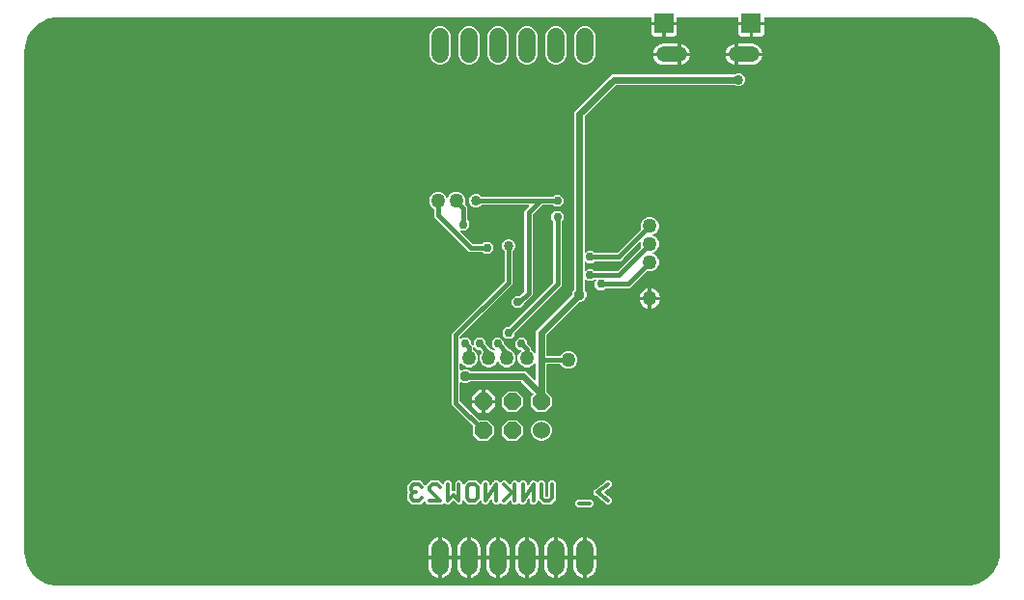
<source format=gbr>
G04 EAGLE Gerber RS-274X export*
G75*
%MOMM*%
%FSLAX34Y34*%
%LPD*%
%INBottom Copper*%
%IPPOS*%
%AMOC8*
5,1,8,0,0,1.08239X$1,22.5*%
G01*
%ADD10C,0.355600*%
%ADD11C,1.524000*%
%ADD12P,1.649562X8X202.500000*%
%ADD13C,1.358000*%
%ADD14R,1.725000X1.725000*%
%ADD15C,1.524000*%
%ADD16C,1.270000*%
%ADD17C,0.856400*%
%ADD18C,0.956400*%
%ADD19C,0.609600*%
%ADD20C,0.406400*%
%ADD21C,0.756400*%

G36*
X39955Y20861D02*
X39955Y20861D01*
X39959Y20861D01*
X41963Y20878D01*
X42045Y20869D01*
X42077Y20862D01*
X42094Y20864D01*
X42122Y20861D01*
X833978Y20861D01*
X834039Y20871D01*
X834101Y20871D01*
X834129Y20879D01*
X836141Y20861D01*
X836143Y20861D01*
X836147Y20861D01*
X836204Y20861D01*
X836220Y20863D01*
X836247Y20862D01*
X839991Y21074D01*
X840015Y21079D01*
X840139Y21097D01*
X847400Y22974D01*
X847415Y22981D01*
X847430Y22983D01*
X847584Y23049D01*
X854112Y26741D01*
X854125Y26751D01*
X854139Y26757D01*
X854271Y26861D01*
X859621Y32117D01*
X859630Y32130D01*
X859643Y32139D01*
X859743Y32274D01*
X863550Y38735D01*
X863556Y38750D01*
X863566Y38763D01*
X863628Y38918D01*
X863630Y38926D01*
X863841Y39687D01*
X864053Y40448D01*
X864475Y41971D01*
X864686Y42732D01*
X865108Y44254D01*
X865109Y44254D01*
X865109Y44255D01*
X865320Y45016D01*
X865531Y45777D01*
X865633Y46144D01*
X865633Y46145D01*
X865636Y46169D01*
X865659Y46292D01*
X865937Y50034D01*
X865935Y50055D01*
X865939Y50091D01*
X865939Y490000D01*
X865936Y490018D01*
X865938Y490050D01*
X865689Y493845D01*
X865683Y493868D01*
X865665Y493992D01*
X863700Y501325D01*
X863693Y501339D01*
X863691Y501355D01*
X863624Y501508D01*
X859828Y508082D01*
X859818Y508094D01*
X859812Y508109D01*
X859707Y508240D01*
X854340Y513607D01*
X854327Y513617D01*
X854317Y513629D01*
X854182Y513728D01*
X847608Y517524D01*
X847594Y517529D01*
X847581Y517539D01*
X847425Y517600D01*
X840092Y519565D01*
X840069Y519567D01*
X839945Y519589D01*
X836150Y519838D01*
X836131Y519836D01*
X836100Y519839D01*
X659777Y519839D01*
X659757Y519836D01*
X659738Y519838D01*
X659636Y519816D01*
X659534Y519800D01*
X659517Y519790D01*
X659497Y519786D01*
X659408Y519733D01*
X659317Y519684D01*
X659303Y519670D01*
X659286Y519660D01*
X659219Y519581D01*
X659147Y519506D01*
X659139Y519488D01*
X659126Y519473D01*
X659087Y519377D01*
X659044Y519283D01*
X659042Y519263D01*
X659034Y519245D01*
X659016Y519078D01*
X659016Y515773D01*
X648612Y515773D01*
X648592Y515770D01*
X648573Y515772D01*
X648471Y515750D01*
X648369Y515733D01*
X648352Y515724D01*
X648332Y515720D01*
X648243Y515667D01*
X648152Y515618D01*
X648138Y515604D01*
X648121Y515594D01*
X648054Y515515D01*
X647983Y515440D01*
X647974Y515422D01*
X647961Y515407D01*
X647923Y515311D01*
X647879Y515217D01*
X647877Y515197D01*
X647869Y515179D01*
X647851Y515012D01*
X647851Y514249D01*
X647849Y514249D01*
X647849Y515012D01*
X647846Y515032D01*
X647848Y515051D01*
X647826Y515153D01*
X647809Y515255D01*
X647800Y515272D01*
X647796Y515292D01*
X647743Y515381D01*
X647694Y515472D01*
X647680Y515486D01*
X647670Y515503D01*
X647591Y515570D01*
X647516Y515641D01*
X647498Y515650D01*
X647483Y515663D01*
X647387Y515702D01*
X647293Y515745D01*
X647273Y515747D01*
X647255Y515755D01*
X647088Y515773D01*
X636684Y515773D01*
X636684Y519078D01*
X636681Y519098D01*
X636683Y519117D01*
X636661Y519219D01*
X636645Y519321D01*
X636635Y519338D01*
X636631Y519358D01*
X636578Y519447D01*
X636529Y519538D01*
X636515Y519552D01*
X636505Y519569D01*
X636426Y519636D01*
X636351Y519708D01*
X636333Y519716D01*
X636318Y519729D01*
X636222Y519768D01*
X636128Y519811D01*
X636108Y519813D01*
X636090Y519821D01*
X635923Y519839D01*
X583277Y519839D01*
X583257Y519836D01*
X583238Y519838D01*
X583136Y519816D01*
X583034Y519800D01*
X583017Y519790D01*
X582997Y519786D01*
X582908Y519733D01*
X582817Y519684D01*
X582803Y519670D01*
X582786Y519660D01*
X582719Y519581D01*
X582647Y519506D01*
X582639Y519488D01*
X582626Y519473D01*
X582587Y519377D01*
X582544Y519283D01*
X582542Y519263D01*
X582534Y519245D01*
X582516Y519078D01*
X582516Y515773D01*
X572112Y515773D01*
X572092Y515770D01*
X572073Y515772D01*
X571971Y515750D01*
X571869Y515733D01*
X571852Y515724D01*
X571832Y515720D01*
X571743Y515667D01*
X571652Y515618D01*
X571638Y515604D01*
X571621Y515594D01*
X571554Y515515D01*
X571483Y515440D01*
X571474Y515422D01*
X571461Y515407D01*
X571423Y515311D01*
X571379Y515217D01*
X571377Y515197D01*
X571369Y515179D01*
X571351Y515012D01*
X571351Y514249D01*
X571349Y514249D01*
X571349Y515012D01*
X571346Y515032D01*
X571348Y515051D01*
X571326Y515153D01*
X571309Y515255D01*
X571300Y515272D01*
X571296Y515292D01*
X571243Y515381D01*
X571194Y515472D01*
X571180Y515486D01*
X571170Y515503D01*
X571091Y515570D01*
X571016Y515641D01*
X570998Y515650D01*
X570983Y515663D01*
X570887Y515702D01*
X570793Y515745D01*
X570773Y515747D01*
X570755Y515755D01*
X570588Y515773D01*
X560184Y515773D01*
X560184Y519078D01*
X560181Y519098D01*
X560183Y519117D01*
X560161Y519219D01*
X560145Y519321D01*
X560135Y519338D01*
X560131Y519358D01*
X560078Y519447D01*
X560029Y519538D01*
X560015Y519552D01*
X560005Y519569D01*
X559926Y519636D01*
X559851Y519708D01*
X559833Y519716D01*
X559818Y519729D01*
X559722Y519768D01*
X559628Y519811D01*
X559608Y519813D01*
X559590Y519821D01*
X559423Y519839D01*
X40000Y519839D01*
X39982Y519836D01*
X39950Y519838D01*
X36155Y519589D01*
X36132Y519583D01*
X36008Y519565D01*
X28675Y517600D01*
X28661Y517593D01*
X28645Y517591D01*
X28492Y517524D01*
X21918Y513728D01*
X21906Y513718D01*
X21891Y513712D01*
X21760Y513607D01*
X16393Y508240D01*
X16383Y508227D01*
X16371Y508217D01*
X16272Y508082D01*
X12476Y501508D01*
X12471Y501494D01*
X12461Y501481D01*
X12400Y501325D01*
X10435Y493992D01*
X10433Y493969D01*
X10411Y493845D01*
X10162Y490050D01*
X10164Y490031D01*
X10161Y490000D01*
X10161Y50091D01*
X10164Y50070D01*
X10163Y50034D01*
X10441Y46292D01*
X10447Y46269D01*
X10467Y46145D01*
X12472Y38918D01*
X12478Y38904D01*
X12481Y38888D01*
X12492Y38863D01*
X12495Y38851D01*
X12506Y38833D01*
X12550Y38735D01*
X16357Y32274D01*
X16367Y32262D01*
X16373Y32247D01*
X16479Y32117D01*
X21829Y26861D01*
X21842Y26852D01*
X21852Y26839D01*
X21988Y26741D01*
X28516Y23049D01*
X28530Y23043D01*
X28543Y23034D01*
X28700Y22974D01*
X35961Y21097D01*
X35985Y21095D01*
X36109Y21074D01*
X39853Y20862D01*
X39869Y20864D01*
X39896Y20861D01*
X39953Y20861D01*
X39955Y20861D01*
G37*
%LPC*%
G36*
X408962Y147918D02*
X408962Y147918D01*
X403605Y153275D01*
X403605Y160862D01*
X403591Y160952D01*
X403583Y161043D01*
X403571Y161073D01*
X403566Y161105D01*
X403523Y161185D01*
X403487Y161269D01*
X403461Y161301D01*
X403450Y161322D01*
X403427Y161344D01*
X403382Y161400D01*
X387287Y177496D01*
X384980Y179802D01*
X384980Y242273D01*
X431195Y288488D01*
X431248Y288562D01*
X431308Y288631D01*
X431320Y288661D01*
X431339Y288688D01*
X431366Y288774D01*
X431400Y288859D01*
X431404Y288900D01*
X431411Y288923D01*
X431410Y288955D01*
X431418Y289026D01*
X431418Y314017D01*
X431404Y314107D01*
X431396Y314198D01*
X431384Y314228D01*
X431379Y314260D01*
X431336Y314340D01*
X431300Y314424D01*
X431274Y314456D01*
X431263Y314477D01*
X431240Y314499D01*
X431195Y314555D01*
X430052Y315698D01*
X429168Y317832D01*
X429168Y320143D01*
X430052Y322277D01*
X431686Y323910D01*
X433820Y324794D01*
X436130Y324794D01*
X438264Y323910D01*
X439898Y322277D01*
X440782Y320143D01*
X440782Y317832D01*
X439898Y315698D01*
X438755Y314555D01*
X438702Y314481D01*
X438642Y314412D01*
X438630Y314382D01*
X438611Y314356D01*
X438584Y314268D01*
X438550Y314184D01*
X438546Y314143D01*
X438539Y314120D01*
X438540Y314088D01*
X438532Y314017D01*
X438532Y285764D01*
X392317Y239549D01*
X392264Y239475D01*
X392204Y239406D01*
X392192Y239376D01*
X392173Y239349D01*
X392146Y239263D01*
X392112Y239178D01*
X392108Y239137D01*
X392101Y239114D01*
X392102Y239082D01*
X392094Y239011D01*
X392094Y237824D01*
X392105Y237753D01*
X392107Y237681D01*
X392125Y237632D01*
X392133Y237581D01*
X392167Y237518D01*
X392192Y237450D01*
X392224Y237410D01*
X392249Y237364D01*
X392301Y237314D01*
X392345Y237258D01*
X392389Y237230D01*
X392427Y237194D01*
X392492Y237164D01*
X392552Y237125D01*
X392603Y237113D01*
X392650Y237091D01*
X392721Y237083D01*
X392791Y237065D01*
X392843Y237069D01*
X392894Y237064D01*
X392965Y237079D01*
X393036Y237084D01*
X393084Y237105D01*
X393135Y237116D01*
X393196Y237153D01*
X393262Y237181D01*
X393318Y237226D01*
X393346Y237242D01*
X393361Y237260D01*
X393393Y237286D01*
X394677Y238569D01*
X399073Y238569D01*
X402182Y235461D01*
X402182Y233301D01*
X402196Y233211D01*
X402204Y233120D01*
X402216Y233090D01*
X402221Y233058D01*
X402264Y232978D01*
X402300Y232894D01*
X402326Y232862D01*
X402337Y232841D01*
X402360Y232819D01*
X402405Y232763D01*
X402969Y232199D01*
X403027Y232157D01*
X403079Y232108D01*
X403126Y232086D01*
X403168Y232055D01*
X403237Y232034D01*
X403302Y232004D01*
X403354Y231998D01*
X403404Y231983D01*
X403475Y231985D01*
X403546Y231977D01*
X403597Y231988D01*
X403649Y231989D01*
X403717Y232014D01*
X403787Y232029D01*
X403832Y232056D01*
X403880Y232074D01*
X403936Y232118D01*
X403998Y232155D01*
X404032Y232195D01*
X404072Y232227D01*
X404111Y232287D01*
X404158Y232342D01*
X404177Y232391D01*
X404205Y232434D01*
X404223Y232504D01*
X404250Y232570D01*
X404258Y232642D01*
X404266Y232673D01*
X404264Y232696D01*
X404268Y232737D01*
X404268Y235461D01*
X407377Y238569D01*
X411773Y238569D01*
X414882Y235461D01*
X414882Y233301D01*
X414896Y233211D01*
X414904Y233120D01*
X414916Y233090D01*
X414921Y233058D01*
X414964Y232978D01*
X415000Y232894D01*
X415026Y232862D01*
X415037Y232841D01*
X415060Y232819D01*
X415105Y232763D01*
X419572Y228296D01*
X419625Y228258D01*
X419672Y228212D01*
X419745Y228172D01*
X419771Y228152D01*
X419790Y228147D01*
X419819Y228131D01*
X421845Y227291D01*
X421940Y227269D01*
X422033Y227241D01*
X422059Y227241D01*
X422084Y227235D01*
X422181Y227244D01*
X422279Y227247D01*
X422303Y227256D01*
X422329Y227258D01*
X422418Y227298D01*
X422510Y227331D01*
X422530Y227348D01*
X422554Y227358D01*
X422626Y227424D01*
X422702Y227485D01*
X422716Y227507D01*
X422735Y227525D01*
X422782Y227610D01*
X422835Y227692D01*
X422841Y227717D01*
X422854Y227740D01*
X422871Y227836D01*
X422895Y227931D01*
X422893Y227957D01*
X422897Y227982D01*
X422883Y228079D01*
X422876Y228176D01*
X422866Y228200D01*
X422862Y228226D01*
X422817Y228313D01*
X422779Y228402D01*
X422759Y228427D01*
X422750Y228445D01*
X422727Y228468D01*
X422675Y228533D01*
X420143Y231064D01*
X420143Y235461D01*
X423252Y238569D01*
X427648Y238569D01*
X430757Y235461D01*
X430757Y233301D01*
X430771Y233211D01*
X430779Y233120D01*
X430791Y233090D01*
X430796Y233058D01*
X430839Y232978D01*
X430875Y232894D01*
X430901Y232862D01*
X430912Y232841D01*
X430935Y232819D01*
X430980Y232763D01*
X435447Y228296D01*
X435500Y228258D01*
X435547Y228212D01*
X435620Y228171D01*
X435646Y228152D01*
X435665Y228147D01*
X435694Y228131D01*
X437848Y227238D01*
X440063Y225023D01*
X441262Y222129D01*
X441262Y218996D01*
X440063Y216102D01*
X437848Y213887D01*
X434954Y212688D01*
X431821Y212688D01*
X428927Y213887D01*
X426712Y216102D01*
X426153Y217450D01*
X426116Y217511D01*
X426086Y217576D01*
X426051Y217615D01*
X426024Y217659D01*
X425969Y217704D01*
X425920Y217757D01*
X425874Y217782D01*
X425834Y217816D01*
X425767Y217841D01*
X425704Y217876D01*
X425653Y217885D01*
X425605Y217904D01*
X425533Y217907D01*
X425462Y217920D01*
X425411Y217912D01*
X425359Y217914D01*
X425290Y217894D01*
X425219Y217884D01*
X425173Y217860D01*
X425123Y217846D01*
X425064Y217805D01*
X425000Y217772D01*
X424963Y217735D01*
X424921Y217705D01*
X424878Y217648D01*
X424828Y217597D01*
X424793Y217534D01*
X424774Y217508D01*
X424767Y217486D01*
X424747Y217450D01*
X424188Y216102D01*
X421973Y213887D01*
X419079Y212688D01*
X415946Y212688D01*
X413052Y213887D01*
X410837Y216102D01*
X409638Y218996D01*
X409638Y222129D01*
X410837Y225023D01*
X411272Y225459D01*
X411284Y225475D01*
X411299Y225487D01*
X411355Y225574D01*
X411416Y225658D01*
X411422Y225677D01*
X411432Y225694D01*
X411458Y225795D01*
X411488Y225894D01*
X411488Y225913D01*
X411492Y225933D01*
X411484Y226036D01*
X411482Y226139D01*
X411475Y226158D01*
X411473Y226178D01*
X411433Y226273D01*
X411397Y226370D01*
X411385Y226386D01*
X411377Y226404D01*
X411272Y226535D01*
X410075Y227733D01*
X410001Y227786D01*
X409931Y227845D01*
X409901Y227858D01*
X409875Y227876D01*
X409788Y227903D01*
X409703Y227937D01*
X409662Y227942D01*
X409640Y227949D01*
X409608Y227948D01*
X409536Y227956D01*
X407377Y227956D01*
X404906Y230426D01*
X404848Y230468D01*
X404796Y230518D01*
X404749Y230540D01*
X404707Y230570D01*
X404638Y230591D01*
X404573Y230621D01*
X404521Y230627D01*
X404471Y230642D01*
X404400Y230640D01*
X404329Y230648D01*
X404278Y230637D01*
X404226Y230636D01*
X404158Y230611D01*
X404088Y230596D01*
X404043Y230569D01*
X403995Y230551D01*
X403939Y230507D01*
X403877Y230470D01*
X403843Y230430D01*
X403803Y230398D01*
X403764Y230337D01*
X403717Y230283D01*
X403698Y230235D01*
X403670Y230191D01*
X403652Y230121D01*
X403625Y230055D01*
X403617Y229983D01*
X403609Y229952D01*
X403611Y229929D01*
X403607Y229888D01*
X403607Y228121D01*
X403626Y228007D01*
X403643Y227891D01*
X403645Y227885D01*
X403646Y227879D01*
X403701Y227776D01*
X403754Y227671D01*
X403759Y227667D01*
X403762Y227661D01*
X403846Y227581D01*
X403930Y227499D01*
X403936Y227495D01*
X403940Y227492D01*
X403957Y227484D01*
X404077Y227418D01*
X404511Y227238D01*
X406726Y225023D01*
X407925Y222129D01*
X407925Y218996D01*
X406726Y216102D01*
X404511Y213887D01*
X401616Y212688D01*
X398484Y212688D01*
X395589Y213887D01*
X393393Y216083D01*
X393335Y216125D01*
X393283Y216174D01*
X393236Y216196D01*
X393194Y216226D01*
X393125Y216247D01*
X393060Y216278D01*
X393008Y216283D01*
X392958Y216299D01*
X392887Y216297D01*
X392816Y216305D01*
X392765Y216294D01*
X392713Y216292D01*
X392645Y216268D01*
X392575Y216252D01*
X392530Y216226D01*
X392482Y216208D01*
X392426Y216163D01*
X392364Y216126D01*
X392330Y216087D01*
X392290Y216054D01*
X392251Y215994D01*
X392204Y215939D01*
X392185Y215891D01*
X392157Y215847D01*
X392139Y215778D01*
X392112Y215711D01*
X392104Y215640D01*
X392096Y215609D01*
X392098Y215585D01*
X392094Y215544D01*
X392094Y210663D01*
X392105Y210592D01*
X392107Y210520D01*
X392125Y210471D01*
X392133Y210420D01*
X392167Y210357D01*
X392192Y210289D01*
X392224Y210249D01*
X392249Y210203D01*
X392301Y210153D01*
X392346Y210097D01*
X392389Y210069D01*
X392427Y210034D01*
X392492Y210003D01*
X392553Y209964D01*
X392603Y209952D01*
X392650Y209930D01*
X392722Y209922D01*
X392791Y209905D01*
X392843Y209909D01*
X392894Y209903D01*
X392965Y209918D01*
X393037Y209924D01*
X393084Y209944D01*
X393135Y209955D01*
X393186Y209986D01*
X395621Y210994D01*
X398129Y210994D01*
X400448Y210034D01*
X400998Y209483D01*
X401072Y209430D01*
X401142Y209371D01*
X401172Y209358D01*
X401198Y209340D01*
X401285Y209313D01*
X401370Y209279D01*
X401411Y209274D01*
X401433Y209267D01*
X401465Y209268D01*
X401537Y209260D01*
X449569Y209260D01*
X452471Y206359D01*
X457678Y201152D01*
X457736Y201110D01*
X457788Y201060D01*
X457835Y201038D01*
X457877Y201008D01*
X457946Y200987D01*
X458011Y200957D01*
X458063Y200951D01*
X458113Y200936D01*
X458184Y200938D01*
X458255Y200930D01*
X458306Y200941D01*
X458358Y200942D01*
X458426Y200967D01*
X458496Y200982D01*
X458541Y201009D01*
X458589Y201026D01*
X458645Y201071D01*
X458707Y201108D01*
X458741Y201148D01*
X458781Y201180D01*
X458820Y201240D01*
X458867Y201295D01*
X458886Y201343D01*
X458914Y201387D01*
X458932Y201457D01*
X458959Y201523D01*
X458967Y201594D01*
X458975Y201626D01*
X458973Y201649D01*
X458977Y201690D01*
X458977Y215779D01*
X458962Y215875D01*
X458952Y215972D01*
X458942Y215996D01*
X458938Y216022D01*
X458892Y216108D01*
X458852Y216197D01*
X458835Y216216D01*
X458822Y216239D01*
X458752Y216306D01*
X458686Y216378D01*
X458663Y216390D01*
X458644Y216408D01*
X458556Y216449D01*
X458470Y216496D01*
X458445Y216501D01*
X458421Y216512D01*
X458324Y216523D01*
X458228Y216540D01*
X458202Y216536D01*
X458177Y216539D01*
X458081Y216518D01*
X457985Y216504D01*
X457962Y216492D01*
X457936Y216487D01*
X457853Y216437D01*
X457766Y216393D01*
X457747Y216374D01*
X457725Y216361D01*
X457662Y216287D01*
X457594Y216217D01*
X457578Y216188D01*
X457565Y216174D01*
X457553Y216143D01*
X457535Y216111D01*
X455311Y213887D01*
X452416Y212688D01*
X449284Y212688D01*
X446389Y213887D01*
X444174Y216102D01*
X442975Y218996D01*
X442975Y222129D01*
X444174Y225023D01*
X445807Y226656D01*
X445849Y226714D01*
X445898Y226766D01*
X445920Y226814D01*
X445951Y226856D01*
X445972Y226924D01*
X446002Y226990D01*
X446008Y227041D01*
X446023Y227091D01*
X446021Y227163D01*
X446029Y227234D01*
X446018Y227285D01*
X446017Y227337D01*
X445992Y227404D01*
X445977Y227474D01*
X445950Y227519D01*
X445932Y227568D01*
X445887Y227624D01*
X445851Y227685D01*
X445811Y227719D01*
X445779Y227760D01*
X445718Y227799D01*
X445664Y227845D01*
X445615Y227865D01*
X445572Y227893D01*
X445502Y227910D01*
X445436Y227937D01*
X445364Y227945D01*
X445333Y227953D01*
X445310Y227951D01*
X445269Y227956D01*
X443889Y227956D01*
X440781Y231064D01*
X440781Y235461D01*
X443889Y238569D01*
X448286Y238569D01*
X451394Y235461D01*
X451394Y233301D01*
X451409Y233211D01*
X451416Y233120D01*
X451429Y233090D01*
X451434Y233058D01*
X451477Y232978D01*
X451512Y232894D01*
X451538Y232862D01*
X451549Y232841D01*
X451572Y232819D01*
X451617Y232763D01*
X454407Y229973D01*
X454407Y228121D01*
X454426Y228007D01*
X454443Y227891D01*
X454445Y227885D01*
X454446Y227879D01*
X454501Y227776D01*
X454554Y227671D01*
X454559Y227667D01*
X454562Y227661D01*
X454646Y227581D01*
X454730Y227499D01*
X454736Y227495D01*
X454740Y227492D01*
X454757Y227484D01*
X454877Y227418D01*
X455311Y227238D01*
X457543Y225006D01*
X457564Y224972D01*
X457610Y224886D01*
X457628Y224868D01*
X457642Y224846D01*
X457717Y224784D01*
X457788Y224717D01*
X457812Y224706D01*
X457832Y224689D01*
X457923Y224654D01*
X458011Y224613D01*
X458037Y224610D01*
X458061Y224601D01*
X458159Y224597D01*
X458255Y224586D01*
X458281Y224592D01*
X458307Y224590D01*
X458401Y224618D01*
X458496Y224638D01*
X458518Y224652D01*
X458543Y224659D01*
X458623Y224714D01*
X458707Y224764D01*
X458724Y224784D01*
X458745Y224799D01*
X458803Y224877D01*
X458867Y224951D01*
X458877Y224976D01*
X458892Y224997D01*
X458922Y225089D01*
X458959Y225180D01*
X458962Y225212D01*
X458968Y225230D01*
X458968Y225263D01*
X458977Y225346D01*
X458977Y244682D01*
X490358Y276062D01*
X490411Y276136D01*
X490470Y276206D01*
X490483Y276236D01*
X490501Y276262D01*
X490528Y276349D01*
X490562Y276434D01*
X490567Y276475D01*
X490574Y276497D01*
X490573Y276529D01*
X490581Y276600D01*
X490581Y277379D01*
X491541Y279698D01*
X492092Y280248D01*
X492145Y280322D01*
X492204Y280392D01*
X492217Y280422D01*
X492235Y280448D01*
X492262Y280535D01*
X492296Y280620D01*
X492301Y280661D01*
X492308Y280683D01*
X492307Y280715D01*
X492315Y280787D01*
X492315Y436769D01*
X525156Y469610D01*
X632633Y469610D01*
X632723Y469625D01*
X632814Y469632D01*
X632844Y469645D01*
X632876Y469650D01*
X632956Y469693D01*
X633040Y469728D01*
X633072Y469754D01*
X633093Y469765D01*
X633115Y469788D01*
X633171Y469833D01*
X633298Y469960D01*
X635432Y470844D01*
X637743Y470844D01*
X639877Y469960D01*
X641510Y468327D01*
X642394Y466193D01*
X642394Y463882D01*
X641510Y461748D01*
X639877Y460115D01*
X637743Y459231D01*
X635432Y459231D01*
X633298Y460115D01*
X633171Y460242D01*
X633097Y460295D01*
X633028Y460354D01*
X632998Y460367D01*
X632971Y460385D01*
X632885Y460412D01*
X632800Y460446D01*
X632759Y460451D01*
X632736Y460458D01*
X632704Y460457D01*
X632633Y460465D01*
X529259Y460465D01*
X529169Y460450D01*
X529078Y460443D01*
X529049Y460430D01*
X529017Y460425D01*
X528936Y460382D01*
X528852Y460347D01*
X528820Y460321D01*
X528799Y460310D01*
X528777Y460287D01*
X528721Y460242D01*
X501683Y433204D01*
X501636Y433139D01*
X501623Y433125D01*
X501620Y433119D01*
X501571Y433060D01*
X501558Y433030D01*
X501540Y433004D01*
X501513Y432917D01*
X501479Y432832D01*
X501474Y432791D01*
X501467Y432769D01*
X501468Y432737D01*
X501460Y432666D01*
X501460Y313853D01*
X501472Y313782D01*
X501474Y313710D01*
X501492Y313661D01*
X501500Y313610D01*
X501534Y313547D01*
X501558Y313479D01*
X501591Y313439D01*
X501615Y313393D01*
X501667Y313343D01*
X501712Y313287D01*
X501756Y313259D01*
X501793Y313223D01*
X501858Y313193D01*
X501919Y313154D01*
X501969Y313142D01*
X502016Y313120D01*
X502088Y313112D01*
X502157Y313094D01*
X502209Y313098D01*
X502261Y313093D01*
X502331Y313108D01*
X502402Y313113D01*
X502450Y313134D01*
X502501Y313145D01*
X502563Y313182D01*
X502629Y313210D01*
X502685Y313255D01*
X502712Y313271D01*
X502728Y313289D01*
X502760Y313315D01*
X504214Y314769D01*
X508611Y314769D01*
X510138Y313242D01*
X510212Y313189D01*
X510281Y313130D01*
X510311Y313118D01*
X510337Y313099D01*
X510424Y313072D01*
X510509Y313038D01*
X510550Y313033D01*
X510572Y313026D01*
X510605Y313027D01*
X510676Y313019D01*
X530024Y313019D01*
X530114Y313034D01*
X530205Y313041D01*
X530235Y313054D01*
X530267Y313059D01*
X530347Y313102D01*
X530431Y313137D01*
X530463Y313163D01*
X530484Y313174D01*
X530506Y313197D01*
X530562Y313242D01*
X550940Y333620D01*
X551008Y333714D01*
X551078Y333809D01*
X551080Y333815D01*
X551084Y333820D01*
X551118Y333931D01*
X551154Y334043D01*
X551154Y334049D01*
X551156Y334055D01*
X551153Y334172D01*
X551152Y334288D01*
X551150Y334296D01*
X551150Y334301D01*
X551143Y334318D01*
X551105Y334450D01*
X550925Y334884D01*
X550925Y338016D01*
X552124Y340911D01*
X554339Y343126D01*
X557234Y344325D01*
X560366Y344325D01*
X563261Y343126D01*
X565476Y340911D01*
X566675Y338016D01*
X566675Y334884D01*
X565476Y331989D01*
X563261Y329774D01*
X561913Y329216D01*
X561852Y329178D01*
X561786Y329149D01*
X561748Y329114D01*
X561704Y329086D01*
X561658Y329031D01*
X561605Y328982D01*
X561580Y328937D01*
X561547Y328897D01*
X561521Y328830D01*
X561487Y328767D01*
X561477Y328716D01*
X561459Y328667D01*
X561456Y328596D01*
X561443Y328525D01*
X561450Y328473D01*
X561448Y328421D01*
X561468Y328352D01*
X561479Y328282D01*
X561502Y328235D01*
X561517Y328185D01*
X561558Y328126D01*
X561590Y328062D01*
X561627Y328026D01*
X561657Y327983D01*
X561715Y327940D01*
X561766Y327890D01*
X561829Y327855D01*
X561854Y327836D01*
X561877Y327829D01*
X561913Y327809D01*
X563261Y327251D01*
X565476Y325036D01*
X566675Y322141D01*
X566675Y319009D01*
X565476Y316114D01*
X563261Y313899D01*
X561913Y313341D01*
X561852Y313303D01*
X561786Y313274D01*
X561748Y313239D01*
X561704Y313211D01*
X561658Y313156D01*
X561605Y313107D01*
X561580Y313062D01*
X561547Y313022D01*
X561521Y312955D01*
X561487Y312892D01*
X561477Y312841D01*
X561459Y312792D01*
X561456Y312721D01*
X561443Y312650D01*
X561450Y312598D01*
X561448Y312546D01*
X561468Y312477D01*
X561479Y312407D01*
X561502Y312360D01*
X561517Y312310D01*
X561558Y312251D01*
X561590Y312187D01*
X561627Y312151D01*
X561657Y312108D01*
X561715Y312065D01*
X561766Y312015D01*
X561829Y311981D01*
X561854Y311961D01*
X561877Y311954D01*
X561913Y311934D01*
X563261Y311376D01*
X565476Y309161D01*
X566675Y306266D01*
X566675Y303134D01*
X565476Y300239D01*
X563261Y298024D01*
X560366Y296825D01*
X557234Y296825D01*
X556800Y297005D01*
X556686Y297032D01*
X556573Y297060D01*
X556566Y297060D01*
X556560Y297061D01*
X556444Y297050D01*
X556327Y297041D01*
X556322Y297039D01*
X556315Y297038D01*
X556208Y296990D01*
X556101Y296945D01*
X556095Y296940D01*
X556091Y296938D01*
X556077Y296925D01*
X555970Y296840D01*
X541223Y282093D01*
X520201Y282093D01*
X520111Y282079D01*
X520020Y282071D01*
X519990Y282059D01*
X519958Y282054D01*
X519878Y282011D01*
X519794Y281975D01*
X519762Y281949D01*
X519741Y281938D01*
X519719Y281915D01*
X519663Y281870D01*
X518136Y280343D01*
X513739Y280343D01*
X510631Y283452D01*
X510631Y287848D01*
X511514Y288731D01*
X511556Y288789D01*
X511605Y288841D01*
X511627Y288889D01*
X511657Y288931D01*
X511679Y288999D01*
X511709Y289065D01*
X511714Y289116D01*
X511730Y289166D01*
X511728Y289238D01*
X511736Y289309D01*
X511725Y289360D01*
X511723Y289412D01*
X511699Y289479D01*
X511684Y289549D01*
X511657Y289594D01*
X511639Y289643D01*
X511594Y289699D01*
X511557Y289760D01*
X511518Y289794D01*
X511485Y289835D01*
X511425Y289874D01*
X511370Y289920D01*
X511322Y289940D01*
X511278Y289968D01*
X511209Y289985D01*
X511142Y290012D01*
X511071Y290020D01*
X511040Y290028D01*
X511017Y290026D01*
X510976Y290031D01*
X510676Y290031D01*
X510586Y290016D01*
X510495Y290009D01*
X510465Y289996D01*
X510433Y289991D01*
X510353Y289948D01*
X510269Y289913D01*
X510237Y289887D01*
X510216Y289876D01*
X510194Y289853D01*
X510138Y289808D01*
X508611Y288281D01*
X504214Y288281D01*
X502760Y289735D01*
X502702Y289777D01*
X502650Y289827D01*
X502602Y289849D01*
X502560Y289879D01*
X502492Y289900D01*
X502426Y289930D01*
X502375Y289936D01*
X502325Y289951D01*
X502253Y289949D01*
X502182Y289957D01*
X502131Y289946D01*
X502079Y289945D01*
X502012Y289920D01*
X501942Y289905D01*
X501897Y289878D01*
X501848Y289860D01*
X501792Y289816D01*
X501731Y289779D01*
X501697Y289739D01*
X501656Y289707D01*
X501617Y289646D01*
X501571Y289592D01*
X501551Y289544D01*
X501523Y289500D01*
X501506Y289430D01*
X501479Y289364D01*
X501471Y289292D01*
X501463Y289261D01*
X501465Y289238D01*
X501460Y289197D01*
X501460Y280787D01*
X501475Y280697D01*
X501482Y280606D01*
X501495Y280576D01*
X501500Y280544D01*
X501543Y280463D01*
X501578Y280379D01*
X501604Y280347D01*
X501615Y280327D01*
X501638Y280304D01*
X501683Y280248D01*
X502234Y279698D01*
X503194Y277379D01*
X503194Y274871D01*
X502234Y272552D01*
X500460Y270778D01*
X498142Y269818D01*
X497363Y269818D01*
X497273Y269804D01*
X497182Y269796D01*
X497152Y269784D01*
X497120Y269779D01*
X497039Y269736D01*
X496956Y269700D01*
X496923Y269674D01*
X496903Y269663D01*
X496881Y269640D01*
X496825Y269595D01*
X468346Y241116D01*
X468293Y241042D01*
X468233Y240973D01*
X468221Y240943D01*
X468202Y240917D01*
X468175Y240830D01*
X468141Y240745D01*
X468137Y240704D01*
X468130Y240682D01*
X468131Y240649D01*
X468123Y240578D01*
X468123Y223293D01*
X468126Y223273D01*
X468124Y223254D01*
X468146Y223152D01*
X468162Y223050D01*
X468172Y223033D01*
X468176Y223013D01*
X468229Y222924D01*
X468278Y222833D01*
X468292Y222819D01*
X468302Y222802D01*
X468381Y222735D01*
X468456Y222663D01*
X468474Y222655D01*
X468489Y222642D01*
X468585Y222603D01*
X468679Y222560D01*
X468699Y222558D01*
X468717Y222550D01*
X468884Y222532D01*
X479804Y222532D01*
X479918Y222551D01*
X480034Y222568D01*
X480040Y222570D01*
X480046Y222571D01*
X480149Y222626D01*
X480254Y222679D01*
X480258Y222684D01*
X480264Y222687D01*
X480344Y222771D01*
X480426Y222855D01*
X480430Y222861D01*
X480433Y222865D01*
X480441Y222882D01*
X480507Y223002D01*
X480687Y223436D01*
X482902Y225651D01*
X485796Y226850D01*
X488929Y226850D01*
X491823Y225651D01*
X494038Y223436D01*
X495237Y220541D01*
X495237Y217409D01*
X494038Y214514D01*
X491823Y212299D01*
X488929Y211100D01*
X485796Y211100D01*
X482902Y212299D01*
X480687Y214514D01*
X480507Y214948D01*
X480445Y215048D01*
X480385Y215148D01*
X480381Y215152D01*
X480377Y215157D01*
X480288Y215232D01*
X480198Y215308D01*
X480193Y215310D01*
X480188Y215314D01*
X480080Y215356D01*
X479970Y215400D01*
X479963Y215401D01*
X479958Y215402D01*
X479940Y215403D01*
X479804Y215418D01*
X468884Y215418D01*
X468864Y215415D01*
X468845Y215417D01*
X468743Y215395D01*
X468641Y215379D01*
X468624Y215369D01*
X468604Y215365D01*
X468515Y215312D01*
X468424Y215263D01*
X468410Y215249D01*
X468393Y215239D01*
X468326Y215160D01*
X468254Y215085D01*
X468246Y215067D01*
X468233Y215052D01*
X468194Y214956D01*
X468151Y214862D01*
X468149Y214842D01*
X468141Y214824D01*
X468123Y214657D01*
X468123Y191138D01*
X468137Y191048D01*
X468145Y190957D01*
X468157Y190927D01*
X468162Y190895D01*
X468205Y190814D01*
X468241Y190730D01*
X468267Y190698D01*
X468278Y190678D01*
X468301Y190655D01*
X468346Y190599D01*
X472695Y186250D01*
X472695Y178675D01*
X467338Y173318D01*
X459762Y173318D01*
X454405Y178675D01*
X454405Y186250D01*
X456487Y188332D01*
X456499Y188348D01*
X456514Y188361D01*
X456570Y188448D01*
X456631Y188532D01*
X456636Y188551D01*
X456647Y188568D01*
X456672Y188668D01*
X456703Y188767D01*
X456702Y188787D01*
X456707Y188806D01*
X456699Y188909D01*
X456697Y189013D01*
X456690Y189032D01*
X456688Y189051D01*
X456648Y189146D01*
X456612Y189244D01*
X456600Y189259D01*
X456592Y189278D01*
X456487Y189409D01*
X446004Y199892D01*
X445930Y199945D01*
X445860Y200004D01*
X445830Y200017D01*
X445804Y200035D01*
X445717Y200062D01*
X445632Y200096D01*
X445591Y200101D01*
X445569Y200108D01*
X445537Y200107D01*
X445466Y200115D01*
X401537Y200115D01*
X401447Y200100D01*
X401356Y200093D01*
X401326Y200080D01*
X401294Y200075D01*
X401213Y200032D01*
X401129Y199997D01*
X401097Y199971D01*
X401077Y199960D01*
X401054Y199937D01*
X400998Y199892D01*
X400448Y199341D01*
X398129Y198381D01*
X395621Y198381D01*
X393219Y199375D01*
X393194Y199393D01*
X393125Y199415D01*
X393060Y199445D01*
X393009Y199451D01*
X392959Y199466D01*
X392887Y199464D01*
X392816Y199472D01*
X392765Y199461D01*
X392713Y199460D01*
X392646Y199435D01*
X392575Y199420D01*
X392531Y199393D01*
X392482Y199376D01*
X392426Y199331D01*
X392364Y199294D01*
X392330Y199254D01*
X392290Y199222D01*
X392251Y199162D01*
X392204Y199107D01*
X392185Y199059D01*
X392157Y199015D01*
X392139Y198946D01*
X392112Y198879D01*
X392104Y198808D01*
X392097Y198777D01*
X392098Y198753D01*
X392094Y198712D01*
X392094Y183064D01*
X392108Y182974D01*
X392116Y182883D01*
X392128Y182853D01*
X392133Y182821D01*
X392176Y182741D01*
X392212Y182657D01*
X392238Y182625D01*
X392249Y182604D01*
X392272Y182582D01*
X392317Y182526D01*
X408412Y166430D01*
X408486Y166377D01*
X408556Y166318D01*
X408586Y166305D01*
X408612Y166287D01*
X408699Y166260D01*
X408784Y166226D01*
X408825Y166221D01*
X408847Y166214D01*
X408879Y166215D01*
X408951Y166207D01*
X416538Y166207D01*
X421895Y160850D01*
X421895Y153275D01*
X416538Y147918D01*
X408962Y147918D01*
G37*
%LPD*%
%LPC*%
G36*
X446524Y92160D02*
X446524Y92160D01*
X446509Y92167D01*
X446497Y92177D01*
X446397Y92217D01*
X446300Y92261D01*
X446284Y92263D01*
X446269Y92269D01*
X446102Y92288D01*
X445964Y92288D01*
X445282Y92971D01*
X445263Y92984D01*
X445166Y93066D01*
X444144Y93747D01*
X444082Y93775D01*
X444025Y93812D01*
X443971Y93825D01*
X443920Y93848D01*
X443852Y93855D01*
X443786Y93872D01*
X443731Y93868D01*
X443675Y93873D01*
X443609Y93858D01*
X443541Y93853D01*
X443490Y93831D01*
X443436Y93819D01*
X443377Y93783D01*
X443314Y93756D01*
X443254Y93708D01*
X443226Y93691D01*
X443212Y93674D01*
X443184Y93652D01*
X441820Y92288D01*
X439084Y92288D01*
X437149Y94222D01*
X437149Y95270D01*
X437137Y95341D01*
X437136Y95412D01*
X437118Y95461D01*
X437109Y95513D01*
X437076Y95576D01*
X437051Y95643D01*
X437019Y95684D01*
X436994Y95730D01*
X436942Y95779D01*
X436897Y95835D01*
X436854Y95864D01*
X436816Y95899D01*
X436751Y95930D01*
X436690Y95968D01*
X436640Y95981D01*
X436593Y96003D01*
X436521Y96011D01*
X436452Y96028D01*
X436400Y96024D01*
X436348Y96030D01*
X436278Y96015D01*
X436207Y96009D01*
X436159Y95989D01*
X436108Y95978D01*
X436046Y95941D01*
X435980Y95913D01*
X435924Y95868D01*
X435897Y95852D01*
X435882Y95834D01*
X435849Y95808D01*
X432329Y92288D01*
X429593Y92288D01*
X428059Y93822D01*
X428043Y93833D01*
X428030Y93849D01*
X427943Y93905D01*
X427859Y93965D01*
X427840Y93971D01*
X427823Y93982D01*
X427723Y94007D01*
X427624Y94038D01*
X427604Y94037D01*
X427585Y94042D01*
X427482Y94034D01*
X427378Y94031D01*
X427359Y94025D01*
X427340Y94023D01*
X427245Y93983D01*
X427147Y93947D01*
X427131Y93934D01*
X427113Y93927D01*
X426982Y93822D01*
X425448Y92288D01*
X422712Y92288D01*
X420777Y94222D01*
X420777Y96404D01*
X420774Y96427D01*
X420776Y96451D01*
X420754Y96548D01*
X420738Y96647D01*
X420727Y96668D01*
X420721Y96691D01*
X420669Y96776D01*
X420623Y96864D01*
X420606Y96880D01*
X420593Y96901D01*
X420517Y96965D01*
X420444Y97034D01*
X420423Y97044D01*
X420405Y97059D01*
X420312Y97095D01*
X420221Y97137D01*
X420198Y97140D01*
X420176Y97149D01*
X420076Y97153D01*
X419977Y97164D01*
X419954Y97159D01*
X419930Y97161D01*
X419834Y97133D01*
X419736Y97112D01*
X419716Y97100D01*
X419694Y97094D01*
X419611Y97037D01*
X419525Y96986D01*
X419510Y96968D01*
X419491Y96955D01*
X419383Y96826D01*
X418020Y94782D01*
X418013Y94767D01*
X418003Y94755D01*
X417962Y94655D01*
X417918Y94558D01*
X417917Y94542D01*
X417911Y94527D01*
X417892Y94360D01*
X417892Y94222D01*
X417209Y93540D01*
X417196Y93521D01*
X417114Y93424D01*
X416579Y92620D01*
X416444Y92593D01*
X416428Y92587D01*
X416412Y92586D01*
X416314Y92544D01*
X416213Y92507D01*
X416201Y92496D01*
X416186Y92490D01*
X416055Y92385D01*
X415957Y92288D01*
X414992Y92288D01*
X414969Y92284D01*
X414843Y92273D01*
X413896Y92084D01*
X413781Y92160D01*
X413766Y92167D01*
X413754Y92177D01*
X413654Y92217D01*
X413557Y92261D01*
X413541Y92263D01*
X413526Y92269D01*
X413359Y92288D01*
X413221Y92288D01*
X412539Y92971D01*
X412520Y92984D01*
X412423Y93066D01*
X411619Y93601D01*
X411592Y93736D01*
X411586Y93752D01*
X411585Y93768D01*
X411543Y93866D01*
X411506Y93966D01*
X411495Y93979D01*
X411489Y93994D01*
X411384Y94125D01*
X411287Y94222D01*
X411287Y95033D01*
X411275Y95103D01*
X411273Y95175D01*
X411255Y95224D01*
X411247Y95275D01*
X411213Y95339D01*
X411189Y95406D01*
X411156Y95447D01*
X411132Y95493D01*
X411080Y95542D01*
X411035Y95598D01*
X410991Y95626D01*
X410953Y95662D01*
X410888Y95692D01*
X410828Y95731D01*
X410778Y95744D01*
X410730Y95766D01*
X410659Y95774D01*
X410590Y95791D01*
X410538Y95787D01*
X410486Y95793D01*
X410416Y95778D01*
X410344Y95772D01*
X410297Y95752D01*
X410246Y95741D01*
X410184Y95704D01*
X410118Y95676D01*
X410062Y95631D01*
X410034Y95614D01*
X410019Y95597D01*
X409987Y95571D01*
X408862Y94445D01*
X406704Y92288D01*
X399222Y92288D01*
X397073Y94437D01*
X395939Y95571D01*
X395881Y95613D01*
X395829Y95662D01*
X395782Y95684D01*
X395740Y95715D01*
X395671Y95736D01*
X395606Y95766D01*
X395554Y95772D01*
X395504Y95787D01*
X395433Y95785D01*
X395362Y95793D01*
X395311Y95782D01*
X395259Y95781D01*
X395191Y95756D01*
X395121Y95741D01*
X395076Y95714D01*
X395028Y95696D01*
X394972Y95651D01*
X394910Y95614D01*
X394876Y95575D01*
X394836Y95542D01*
X394797Y95482D01*
X394750Y95428D01*
X394731Y95379D01*
X394703Y95335D01*
X394685Y95266D01*
X394658Y95199D01*
X394650Y95128D01*
X394642Y95097D01*
X394644Y95074D01*
X394640Y95033D01*
X394640Y94222D01*
X392705Y92288D01*
X389969Y92288D01*
X387130Y95127D01*
X387114Y95138D01*
X387101Y95154D01*
X387014Y95210D01*
X386930Y95270D01*
X386911Y95276D01*
X386894Y95287D01*
X386794Y95312D01*
X386695Y95343D01*
X386675Y95342D01*
X386656Y95347D01*
X386553Y95339D01*
X386449Y95336D01*
X386430Y95329D01*
X386411Y95328D01*
X386316Y95288D01*
X386218Y95252D01*
X386203Y95239D01*
X386184Y95232D01*
X386053Y95127D01*
X383214Y92288D01*
X380478Y92288D01*
X378944Y93822D01*
X378928Y93833D01*
X378916Y93849D01*
X378828Y93905D01*
X378744Y93965D01*
X378725Y93971D01*
X378709Y93982D01*
X378608Y94007D01*
X378509Y94038D01*
X378489Y94037D01*
X378470Y94042D01*
X378367Y94034D01*
X378263Y94031D01*
X378245Y94025D01*
X378225Y94023D01*
X378130Y93983D01*
X378032Y93947D01*
X378017Y93934D01*
X377999Y93927D01*
X377868Y93822D01*
X376333Y92288D01*
X364107Y92288D01*
X362172Y94222D01*
X362172Y95033D01*
X362160Y95103D01*
X362159Y95175D01*
X362141Y95224D01*
X362132Y95275D01*
X362099Y95339D01*
X362074Y95406D01*
X362042Y95447D01*
X362017Y95493D01*
X361965Y95542D01*
X361920Y95598D01*
X361877Y95626D01*
X361839Y95662D01*
X361774Y95692D01*
X361713Y95731D01*
X361663Y95744D01*
X361616Y95766D01*
X361544Y95774D01*
X361475Y95791D01*
X361423Y95787D01*
X361371Y95793D01*
X361301Y95778D01*
X361230Y95772D01*
X361182Y95752D01*
X361131Y95741D01*
X361069Y95704D01*
X361003Y95676D01*
X360947Y95631D01*
X360920Y95614D01*
X360905Y95597D01*
X360872Y95571D01*
X357589Y92288D01*
X350108Y92288D01*
X345800Y96595D01*
X345800Y101704D01*
X346267Y102170D01*
X346278Y102186D01*
X346294Y102199D01*
X346350Y102286D01*
X346410Y102370D01*
X346416Y102389D01*
X346427Y102406D01*
X346452Y102506D01*
X346483Y102605D01*
X346482Y102625D01*
X346487Y102644D01*
X346479Y102747D01*
X346476Y102851D01*
X346469Y102870D01*
X346468Y102890D01*
X346428Y102984D01*
X346392Y103082D01*
X346379Y103098D01*
X346372Y103116D01*
X346267Y103247D01*
X345800Y103713D01*
X345800Y108822D01*
X350108Y113129D01*
X357589Y113129D01*
X359747Y110972D01*
X361496Y109223D01*
X361512Y109211D01*
X361525Y109195D01*
X361612Y109139D01*
X361696Y109079D01*
X361715Y109073D01*
X361732Y109062D01*
X361832Y109037D01*
X361931Y109007D01*
X361951Y109007D01*
X361970Y109002D01*
X362073Y109010D01*
X362177Y109013D01*
X362195Y109020D01*
X362215Y109021D01*
X362310Y109062D01*
X362408Y109098D01*
X362423Y109110D01*
X362442Y109118D01*
X362573Y109223D01*
X366479Y113129D01*
X373961Y113129D01*
X376118Y110972D01*
X377244Y109846D01*
X377302Y109804D01*
X377354Y109755D01*
X377402Y109733D01*
X377444Y109703D01*
X377512Y109682D01*
X377577Y109651D01*
X377629Y109646D01*
X377679Y109630D01*
X377751Y109632D01*
X377822Y109624D01*
X377873Y109635D01*
X377925Y109637D01*
X377992Y109661D01*
X378062Y109676D01*
X378107Y109703D01*
X378156Y109721D01*
X378212Y109766D01*
X378273Y109803D01*
X378307Y109842D01*
X378348Y109875D01*
X378386Y109935D01*
X378433Y109990D01*
X378453Y110038D01*
X378481Y110082D01*
X378498Y110151D01*
X378525Y110218D01*
X378533Y110289D01*
X378541Y110320D01*
X378539Y110344D01*
X378544Y110384D01*
X378544Y111195D01*
X380478Y113129D01*
X383214Y113129D01*
X385149Y111195D01*
X385149Y104400D01*
X385152Y104380D01*
X385150Y104360D01*
X385172Y104259D01*
X385189Y104157D01*
X385198Y104140D01*
X385202Y104120D01*
X385255Y104031D01*
X385304Y103940D01*
X385318Y103926D01*
X385328Y103909D01*
X385407Y103842D01*
X385482Y103770D01*
X385500Y103762D01*
X385515Y103749D01*
X385612Y103710D01*
X385705Y103667D01*
X385725Y103665D01*
X385744Y103657D01*
X385910Y103639D01*
X387273Y103639D01*
X387293Y103642D01*
X387312Y103640D01*
X387414Y103662D01*
X387516Y103678D01*
X387533Y103688D01*
X387553Y103692D01*
X387642Y103745D01*
X387733Y103793D01*
X387747Y103808D01*
X387764Y103818D01*
X387831Y103897D01*
X387903Y103972D01*
X387911Y103990D01*
X387924Y104005D01*
X387963Y104101D01*
X388006Y104195D01*
X388008Y104215D01*
X388016Y104233D01*
X388034Y104400D01*
X388034Y111195D01*
X389969Y113129D01*
X392705Y113129D01*
X394640Y111195D01*
X394640Y110384D01*
X394651Y110314D01*
X394653Y110242D01*
X394671Y110193D01*
X394679Y110142D01*
X394713Y110078D01*
X394738Y110011D01*
X394770Y109970D01*
X394795Y109924D01*
X394847Y109875D01*
X394891Y109819D01*
X394935Y109791D01*
X394973Y109755D01*
X395038Y109725D01*
X395098Y109686D01*
X395149Y109673D01*
X395196Y109651D01*
X395267Y109643D01*
X395337Y109626D01*
X395389Y109630D01*
X395440Y109624D01*
X395511Y109639D01*
X395582Y109645D01*
X395630Y109665D01*
X395681Y109676D01*
X395742Y109713D01*
X395808Y109741D01*
X395864Y109786D01*
X395892Y109803D01*
X395907Y109820D01*
X395939Y109846D01*
X399222Y113129D01*
X406704Y113129D01*
X408854Y110980D01*
X409987Y109846D01*
X410045Y109804D01*
X410097Y109755D01*
X410145Y109733D01*
X410187Y109703D01*
X410255Y109682D01*
X410320Y109651D01*
X410372Y109646D01*
X410422Y109630D01*
X410494Y109632D01*
X410565Y109624D01*
X410616Y109635D01*
X410668Y109637D01*
X410735Y109661D01*
X410805Y109676D01*
X410850Y109703D01*
X410899Y109721D01*
X410955Y109766D01*
X411016Y109803D01*
X411050Y109842D01*
X411091Y109875D01*
X411130Y109935D01*
X411176Y109990D01*
X411196Y110038D01*
X411224Y110082D01*
X411241Y110151D01*
X411268Y110218D01*
X411276Y110289D01*
X411284Y110320D01*
X411282Y110344D01*
X411287Y110384D01*
X411287Y111195D01*
X413221Y113129D01*
X415957Y113129D01*
X417892Y111195D01*
X417892Y109013D01*
X417896Y108990D01*
X417894Y108966D01*
X417916Y108869D01*
X417932Y108770D01*
X417943Y108749D01*
X417948Y108727D01*
X418000Y108641D01*
X418047Y108553D01*
X418064Y108537D01*
X418076Y108517D01*
X418153Y108452D01*
X418225Y108383D01*
X418247Y108374D01*
X418265Y108358D01*
X418358Y108322D01*
X418448Y108280D01*
X418472Y108277D01*
X418493Y108269D01*
X418594Y108264D01*
X418693Y108253D01*
X418716Y108258D01*
X418739Y108257D01*
X418835Y108284D01*
X418933Y108305D01*
X418953Y108317D01*
X418976Y108323D01*
X419058Y108380D01*
X419144Y108431D01*
X419160Y108449D01*
X419179Y108462D01*
X419287Y108591D01*
X420650Y110635D01*
X420656Y110650D01*
X420667Y110662D01*
X420707Y110762D01*
X420751Y110859D01*
X420753Y110875D01*
X420759Y110890D01*
X420777Y111057D01*
X420777Y111195D01*
X421460Y111877D01*
X421474Y111896D01*
X421555Y111993D01*
X422091Y112797D01*
X422226Y112824D01*
X422241Y112830D01*
X422258Y112831D01*
X422356Y112873D01*
X422456Y112910D01*
X422469Y112921D01*
X422484Y112927D01*
X422615Y113032D01*
X422712Y113129D01*
X423678Y113129D01*
X423701Y113133D01*
X423827Y113144D01*
X424774Y113334D01*
X424888Y113257D01*
X424903Y113251D01*
X424916Y113240D01*
X425015Y113200D01*
X425112Y113156D01*
X425129Y113154D01*
X425144Y113148D01*
X425311Y113129D01*
X425448Y113129D01*
X426131Y112447D01*
X426150Y112433D01*
X426247Y112352D01*
X427269Y111670D01*
X427331Y111642D01*
X427388Y111605D01*
X427442Y111592D01*
X427493Y111569D01*
X427560Y111562D01*
X427627Y111545D01*
X427682Y111550D01*
X427737Y111544D01*
X427804Y111559D01*
X427872Y111564D01*
X427923Y111586D01*
X427977Y111598D01*
X428035Y111634D01*
X428098Y111661D01*
X428159Y111709D01*
X428187Y111727D01*
X428201Y111743D01*
X428229Y111766D01*
X429593Y113129D01*
X432329Y113129D01*
X435849Y109609D01*
X435908Y109567D01*
X435960Y109518D01*
X436007Y109496D01*
X436049Y109465D01*
X436118Y109444D01*
X436183Y109414D01*
X436234Y109408D01*
X436284Y109393D01*
X436356Y109395D01*
X436427Y109387D01*
X436478Y109398D01*
X436530Y109399D01*
X436597Y109424D01*
X436668Y109439D01*
X436712Y109466D01*
X436761Y109484D01*
X436817Y109529D01*
X436879Y109565D01*
X436912Y109605D01*
X436953Y109638D01*
X436992Y109698D01*
X437039Y109752D01*
X437058Y109801D01*
X437086Y109844D01*
X437104Y109914D01*
X437130Y109980D01*
X437138Y110052D01*
X437146Y110083D01*
X437144Y110106D01*
X437149Y110147D01*
X437149Y111195D01*
X439084Y113129D01*
X441820Y113129D01*
X443354Y111595D01*
X443370Y111584D01*
X443382Y111568D01*
X443470Y111512D01*
X443554Y111452D01*
X443573Y111446D01*
X443589Y111435D01*
X443690Y111410D01*
X443789Y111379D01*
X443809Y111380D01*
X443828Y111375D01*
X443931Y111383D01*
X444035Y111386D01*
X444053Y111393D01*
X444073Y111394D01*
X444168Y111435D01*
X444266Y111470D01*
X444281Y111483D01*
X444299Y111490D01*
X444430Y111595D01*
X445964Y113129D01*
X448701Y113129D01*
X450635Y111195D01*
X450635Y109013D01*
X450639Y108990D01*
X450637Y108966D01*
X450659Y108869D01*
X450675Y108770D01*
X450686Y108749D01*
X450691Y108727D01*
X450743Y108641D01*
X450790Y108553D01*
X450807Y108537D01*
X450819Y108517D01*
X450896Y108452D01*
X450968Y108383D01*
X450990Y108374D01*
X451008Y108358D01*
X451101Y108322D01*
X451191Y108280D01*
X451215Y108277D01*
X451237Y108269D01*
X451337Y108264D01*
X451436Y108253D01*
X451459Y108258D01*
X451482Y108257D01*
X451579Y108284D01*
X451676Y108305D01*
X451696Y108317D01*
X451719Y108323D01*
X451801Y108380D01*
X451887Y108431D01*
X451903Y108449D01*
X451922Y108462D01*
X452030Y108591D01*
X453393Y110635D01*
X453399Y110650D01*
X453410Y110662D01*
X453450Y110762D01*
X453494Y110859D01*
X453496Y110875D01*
X453502Y110890D01*
X453521Y111057D01*
X453521Y111195D01*
X454203Y111877D01*
X454217Y111896D01*
X454298Y111993D01*
X454834Y112797D01*
X454969Y112824D01*
X454984Y112830D01*
X455001Y112831D01*
X455099Y112873D01*
X455199Y112910D01*
X455212Y112921D01*
X455227Y112927D01*
X455358Y113032D01*
X455455Y113129D01*
X456421Y113129D01*
X456444Y113133D01*
X456570Y113144D01*
X457517Y113334D01*
X457631Y113257D01*
X457646Y113251D01*
X457659Y113240D01*
X457758Y113200D01*
X457855Y113156D01*
X457872Y113154D01*
X457887Y113148D01*
X458054Y113129D01*
X458191Y113129D01*
X458874Y112447D01*
X458893Y112433D01*
X458990Y112352D01*
X460012Y111670D01*
X460074Y111642D01*
X460131Y111605D01*
X460185Y111592D01*
X460236Y111569D01*
X460304Y111562D01*
X460370Y111545D01*
X460425Y111550D01*
X460480Y111544D01*
X460547Y111559D01*
X460615Y111564D01*
X460666Y111586D01*
X460720Y111598D01*
X460779Y111634D01*
X460841Y111661D01*
X460902Y111709D01*
X460930Y111727D01*
X460944Y111743D01*
X460972Y111766D01*
X462336Y113129D01*
X465072Y113129D01*
X467007Y111195D01*
X467007Y99654D01*
X467010Y99635D01*
X467008Y99615D01*
X467030Y99514D01*
X467047Y99412D01*
X467056Y99394D01*
X467060Y99375D01*
X467113Y99286D01*
X467162Y99194D01*
X467176Y99181D01*
X467186Y99164D01*
X467265Y99096D01*
X467340Y99025D01*
X467358Y99017D01*
X467373Y99004D01*
X467469Y98965D01*
X467563Y98921D01*
X467583Y98919D01*
X467601Y98912D01*
X467768Y98893D01*
X469131Y98893D01*
X469151Y98896D01*
X469170Y98894D01*
X469272Y98916D01*
X469374Y98933D01*
X469391Y98942D01*
X469411Y98947D01*
X469500Y99000D01*
X469591Y99048D01*
X469605Y99062D01*
X469622Y99073D01*
X469689Y99151D01*
X469760Y99226D01*
X469769Y99244D01*
X469782Y99260D01*
X469820Y99356D01*
X469864Y99449D01*
X469866Y99469D01*
X469874Y99488D01*
X469892Y99654D01*
X469892Y111195D01*
X471827Y113129D01*
X474563Y113129D01*
X476498Y111195D01*
X476498Y96595D01*
X472190Y92288D01*
X464709Y92288D01*
X462559Y94437D01*
X461426Y95571D01*
X461367Y95613D01*
X461315Y95662D01*
X461268Y95684D01*
X461226Y95715D01*
X461157Y95736D01*
X461092Y95766D01*
X461040Y95772D01*
X460991Y95787D01*
X460919Y95785D01*
X460848Y95793D01*
X460797Y95782D01*
X460745Y95781D01*
X460677Y95756D01*
X460607Y95741D01*
X460563Y95714D01*
X460514Y95696D01*
X460458Y95651D01*
X460396Y95614D01*
X460362Y95575D01*
X460322Y95542D01*
X460283Y95482D01*
X460236Y95428D01*
X460217Y95379D01*
X460189Y95335D01*
X460171Y95266D01*
X460144Y95199D01*
X460137Y95128D01*
X460129Y95097D01*
X460131Y95074D01*
X460126Y95033D01*
X460126Y94222D01*
X458191Y92288D01*
X455455Y92288D01*
X453521Y94222D01*
X453521Y96404D01*
X453517Y96427D01*
X453519Y96451D01*
X453497Y96548D01*
X453481Y96647D01*
X453470Y96668D01*
X453465Y96691D01*
X453412Y96776D01*
X453366Y96864D01*
X453349Y96880D01*
X453337Y96901D01*
X453260Y96965D01*
X453187Y97034D01*
X453166Y97044D01*
X453148Y97059D01*
X453055Y97095D01*
X452964Y97137D01*
X452941Y97140D01*
X452919Y97149D01*
X452819Y97153D01*
X452720Y97164D01*
X452697Y97159D01*
X452673Y97161D01*
X452577Y97133D01*
X452479Y97112D01*
X452459Y97100D01*
X452437Y97094D01*
X452354Y97037D01*
X452268Y96986D01*
X452253Y96968D01*
X452234Y96955D01*
X452126Y96826D01*
X450763Y94782D01*
X450756Y94767D01*
X450746Y94755D01*
X450705Y94655D01*
X450662Y94558D01*
X450660Y94542D01*
X450654Y94527D01*
X450635Y94360D01*
X450635Y94222D01*
X449952Y93540D01*
X449939Y93521D01*
X449857Y93424D01*
X449322Y92620D01*
X449187Y92593D01*
X449171Y92587D01*
X449155Y92586D01*
X449057Y92544D01*
X448957Y92507D01*
X448944Y92496D01*
X448929Y92490D01*
X448798Y92385D01*
X448701Y92288D01*
X447735Y92288D01*
X447712Y92284D01*
X447586Y92273D01*
X446639Y92084D01*
X446524Y92160D01*
G37*
%LPD*%
%LPC*%
G36*
X440714Y264468D02*
X440714Y264468D01*
X437606Y267577D01*
X437606Y271973D01*
X440714Y275082D01*
X444461Y275082D01*
X444552Y275096D01*
X444642Y275104D01*
X444672Y275116D01*
X444704Y275121D01*
X444785Y275164D01*
X444869Y275200D01*
X444901Y275226D01*
X444922Y275237D01*
X444944Y275260D01*
X445000Y275305D01*
X448658Y278963D01*
X448711Y279037D01*
X448770Y279106D01*
X448783Y279136D01*
X448801Y279163D01*
X448828Y279249D01*
X448862Y279334D01*
X448867Y279375D01*
X448874Y279398D01*
X448873Y279430D01*
X448881Y279501D01*
X448881Y349774D01*
X452925Y353819D01*
X452967Y353877D01*
X453017Y353929D01*
X453039Y353976D01*
X453069Y354018D01*
X453090Y354087D01*
X453120Y354152D01*
X453126Y354204D01*
X453141Y354254D01*
X453139Y354325D01*
X453147Y354396D01*
X453136Y354447D01*
X453135Y354499D01*
X453110Y354567D01*
X453095Y354637D01*
X453068Y354682D01*
X453050Y354730D01*
X453006Y354786D01*
X452969Y354848D01*
X452929Y354882D01*
X452897Y354922D01*
X452836Y354961D01*
X452782Y355008D01*
X452734Y355027D01*
X452690Y355055D01*
X452620Y355073D01*
X452554Y355100D01*
X452482Y355108D01*
X452451Y355116D01*
X452428Y355114D01*
X452387Y355118D01*
X411371Y355118D01*
X411280Y355104D01*
X411190Y355096D01*
X411160Y355084D01*
X411128Y355079D01*
X411047Y355036D01*
X410963Y355000D01*
X410931Y354974D01*
X410910Y354963D01*
X410888Y354940D01*
X410832Y354895D01*
X409689Y353752D01*
X407555Y352868D01*
X405245Y352868D01*
X403111Y353752D01*
X401477Y355386D01*
X400593Y357520D01*
X400593Y359830D01*
X401477Y361964D01*
X403111Y363598D01*
X405245Y364482D01*
X407555Y364482D01*
X409689Y363598D01*
X410832Y362455D01*
X410906Y362402D01*
X410976Y362342D01*
X411006Y362330D01*
X411032Y362311D01*
X411119Y362284D01*
X411204Y362250D01*
X411245Y362246D01*
X411267Y362239D01*
X411299Y362240D01*
X411371Y362232D01*
X473574Y362232D01*
X473664Y362246D01*
X473755Y362254D01*
X473785Y362266D01*
X473817Y362271D01*
X473897Y362314D01*
X473981Y362350D01*
X474013Y362376D01*
X474034Y362387D01*
X474056Y362410D01*
X474112Y362455D01*
X475639Y363982D01*
X480036Y363982D01*
X483144Y360873D01*
X483144Y356477D01*
X480036Y353368D01*
X475639Y353368D01*
X474112Y354895D01*
X474038Y354948D01*
X473969Y355008D01*
X473939Y355020D01*
X473913Y355039D01*
X473826Y355066D01*
X473741Y355100D01*
X473700Y355104D01*
X473678Y355111D01*
X473645Y355110D01*
X473574Y355118D01*
X464600Y355118D01*
X464510Y355104D01*
X464419Y355096D01*
X464389Y355084D01*
X464357Y355079D01*
X464277Y355036D01*
X464193Y355000D01*
X464161Y354974D01*
X464140Y354963D01*
X464118Y354940D01*
X464062Y354895D01*
X456217Y347051D01*
X456164Y346977D01*
X456105Y346907D01*
X456092Y346877D01*
X456074Y346851D01*
X456047Y346764D01*
X456013Y346679D01*
X456008Y346638D01*
X456001Y346616D01*
X456002Y346584D01*
X455994Y346512D01*
X455994Y276239D01*
X448442Y268687D01*
X448389Y268613D01*
X448330Y268544D01*
X448317Y268514D01*
X448299Y268487D01*
X448272Y268401D01*
X448238Y268316D01*
X448233Y268275D01*
X448226Y268252D01*
X448227Y268220D01*
X448219Y268149D01*
X448219Y267577D01*
X445111Y264468D01*
X440714Y264468D01*
G37*
%LPD*%
%LPC*%
G36*
X413727Y312093D02*
X413727Y312093D01*
X412200Y313620D01*
X412126Y313673D01*
X412056Y313733D01*
X412026Y313745D01*
X412000Y313764D01*
X411913Y313791D01*
X411828Y313825D01*
X411787Y313829D01*
X411765Y313836D01*
X411733Y313835D01*
X411662Y313843D01*
X400164Y313843D01*
X369506Y344502D01*
X369506Y351116D01*
X369487Y351231D01*
X369470Y351347D01*
X369467Y351353D01*
X369466Y351359D01*
X369412Y351461D01*
X369358Y351566D01*
X369354Y351571D01*
X369351Y351576D01*
X369267Y351656D01*
X369183Y351738D01*
X369176Y351742D01*
X369173Y351746D01*
X369156Y351753D01*
X369036Y351819D01*
X368602Y351999D01*
X366387Y354214D01*
X365188Y357109D01*
X365188Y360241D01*
X366387Y363136D01*
X368602Y365351D01*
X371496Y366550D01*
X374629Y366550D01*
X377523Y365351D01*
X379738Y363136D01*
X380297Y361788D01*
X380334Y361727D01*
X380364Y361661D01*
X380399Y361623D01*
X380426Y361579D01*
X380481Y361533D01*
X380530Y361480D01*
X380576Y361455D01*
X380616Y361422D01*
X380683Y361396D01*
X380746Y361362D01*
X380797Y361352D01*
X380845Y361334D01*
X380917Y361331D01*
X380988Y361318D01*
X381039Y361325D01*
X381091Y361323D01*
X381160Y361343D01*
X381231Y361354D01*
X381277Y361377D01*
X381327Y361392D01*
X381386Y361433D01*
X381450Y361465D01*
X381487Y361502D01*
X381529Y361532D01*
X381572Y361590D01*
X381622Y361641D01*
X381657Y361704D01*
X381676Y361729D01*
X381683Y361752D01*
X381703Y361788D01*
X382262Y363136D01*
X384477Y365351D01*
X387371Y366550D01*
X390504Y366550D01*
X393398Y365351D01*
X395613Y363136D01*
X396812Y360241D01*
X396812Y357109D01*
X396632Y356675D01*
X396606Y356561D01*
X396577Y356448D01*
X396578Y356441D01*
X396576Y356435D01*
X396587Y356319D01*
X396596Y356202D01*
X396599Y356197D01*
X396599Y356190D01*
X396647Y356083D01*
X396693Y355976D01*
X396697Y355970D01*
X396699Y355966D01*
X396712Y355952D01*
X396797Y355845D01*
X398844Y353798D01*
X398844Y342301D01*
X398859Y342211D01*
X398866Y342120D01*
X398879Y342090D01*
X398884Y342058D01*
X398927Y341978D01*
X398962Y341894D01*
X398988Y341862D01*
X398999Y341841D01*
X399022Y341819D01*
X399067Y341763D01*
X400594Y340236D01*
X400594Y335839D01*
X397486Y332731D01*
X393175Y332731D01*
X393104Y332719D01*
X393032Y332717D01*
X392983Y332699D01*
X392932Y332691D01*
X392868Y332657D01*
X392801Y332633D01*
X392760Y332600D01*
X392714Y332576D01*
X392665Y332524D01*
X392609Y332479D01*
X392581Y332435D01*
X392545Y332398D01*
X392515Y332333D01*
X392476Y332272D01*
X392463Y332222D01*
X392441Y332175D01*
X392433Y332103D01*
X392416Y332034D01*
X392420Y331982D01*
X392414Y331930D01*
X392430Y331860D01*
X392435Y331789D01*
X392455Y331741D01*
X392467Y331690D01*
X392503Y331628D01*
X392531Y331562D01*
X392576Y331506D01*
X392593Y331479D01*
X392611Y331463D01*
X392636Y331431D01*
X402888Y321180D01*
X402962Y321127D01*
X403031Y321067D01*
X403061Y321055D01*
X403088Y321036D01*
X403174Y321009D01*
X403259Y320975D01*
X403300Y320971D01*
X403323Y320964D01*
X403355Y320965D01*
X403426Y320957D01*
X411662Y320957D01*
X411752Y320971D01*
X411843Y320979D01*
X411872Y320991D01*
X411904Y320996D01*
X411985Y321039D01*
X412069Y321075D01*
X412101Y321101D01*
X412122Y321112D01*
X412144Y321135D01*
X412200Y321180D01*
X413727Y322707D01*
X418123Y322707D01*
X421232Y319598D01*
X421232Y315202D01*
X418123Y312093D01*
X413727Y312093D01*
G37*
%LPD*%
%LPC*%
G36*
X432777Y237481D02*
X432777Y237481D01*
X429668Y240589D01*
X429668Y244986D01*
X432777Y248094D01*
X434936Y248094D01*
X435027Y248109D01*
X435117Y248116D01*
X435147Y248129D01*
X435179Y248134D01*
X435260Y248177D01*
X435344Y248212D01*
X435376Y248238D01*
X435397Y248249D01*
X435419Y248272D01*
X435475Y248317D01*
X474058Y286900D01*
X474111Y286974D01*
X474170Y287044D01*
X474183Y287074D01*
X474201Y287100D01*
X474228Y287187D01*
X474262Y287272D01*
X474267Y287313D01*
X474274Y287335D01*
X474273Y287367D01*
X474281Y287439D01*
X474281Y340124D01*
X474266Y340214D01*
X474259Y340305D01*
X474246Y340335D01*
X474241Y340367D01*
X474198Y340447D01*
X474163Y340531D01*
X474137Y340563D01*
X474126Y340584D01*
X474103Y340606D01*
X474058Y340662D01*
X472531Y342189D01*
X472531Y346586D01*
X475639Y349694D01*
X480036Y349694D01*
X483144Y346586D01*
X483144Y342189D01*
X481617Y340662D01*
X481564Y340588D01*
X481505Y340519D01*
X481492Y340489D01*
X481474Y340463D01*
X481447Y340376D01*
X481413Y340291D01*
X481408Y340250D01*
X481401Y340228D01*
X481402Y340195D01*
X481394Y340124D01*
X481394Y284177D01*
X440505Y243287D01*
X440452Y243213D01*
X440392Y243144D01*
X440380Y243114D01*
X440361Y243087D01*
X440334Y243001D01*
X440300Y242916D01*
X440296Y242875D01*
X440289Y242852D01*
X440290Y242820D01*
X440282Y242749D01*
X440282Y240589D01*
X437173Y237481D01*
X432777Y237481D01*
G37*
%LPD*%
%LPC*%
G36*
X474431Y478435D02*
X474431Y478435D01*
X471070Y479827D01*
X468497Y482400D01*
X467105Y485761D01*
X467105Y504639D01*
X468497Y508000D01*
X471070Y510573D01*
X474431Y511965D01*
X478069Y511965D01*
X481430Y510573D01*
X484003Y508000D01*
X485395Y504639D01*
X485395Y485761D01*
X484003Y482400D01*
X481430Y479827D01*
X478069Y478435D01*
X474431Y478435D01*
G37*
%LPD*%
%LPC*%
G36*
X449031Y478435D02*
X449031Y478435D01*
X445670Y479827D01*
X443097Y482400D01*
X441705Y485761D01*
X441705Y504639D01*
X443097Y508000D01*
X445670Y510573D01*
X449031Y511965D01*
X452669Y511965D01*
X456030Y510573D01*
X458603Y508000D01*
X459995Y504639D01*
X459995Y485761D01*
X458603Y482400D01*
X456030Y479827D01*
X452669Y478435D01*
X449031Y478435D01*
G37*
%LPD*%
%LPC*%
G36*
X423631Y478435D02*
X423631Y478435D01*
X420270Y479827D01*
X417697Y482400D01*
X416305Y485761D01*
X416305Y504639D01*
X417697Y508000D01*
X420270Y510573D01*
X423631Y511965D01*
X427269Y511965D01*
X430630Y510573D01*
X433203Y508000D01*
X434595Y504639D01*
X434595Y485761D01*
X433203Y482400D01*
X430630Y479827D01*
X427269Y478435D01*
X423631Y478435D01*
G37*
%LPD*%
%LPC*%
G36*
X372831Y478435D02*
X372831Y478435D01*
X369470Y479827D01*
X366897Y482400D01*
X365505Y485761D01*
X365505Y504639D01*
X366897Y508000D01*
X369470Y510573D01*
X372831Y511965D01*
X376469Y511965D01*
X379830Y510573D01*
X382403Y508000D01*
X383795Y504639D01*
X383795Y485761D01*
X382403Y482400D01*
X379830Y479827D01*
X376469Y478435D01*
X372831Y478435D01*
G37*
%LPD*%
%LPC*%
G36*
X398231Y478435D02*
X398231Y478435D01*
X394870Y479827D01*
X392297Y482400D01*
X390905Y485761D01*
X390905Y504639D01*
X392297Y508000D01*
X394870Y510573D01*
X398231Y511965D01*
X401869Y511965D01*
X405230Y510573D01*
X407803Y508000D01*
X409195Y504639D01*
X409195Y485761D01*
X407803Y482400D01*
X405230Y479827D01*
X401869Y478435D01*
X398231Y478435D01*
G37*
%LPD*%
%LPC*%
G36*
X499831Y478435D02*
X499831Y478435D01*
X496470Y479827D01*
X493897Y482400D01*
X492505Y485761D01*
X492505Y504639D01*
X493897Y508000D01*
X496470Y510573D01*
X499831Y511965D01*
X503469Y511965D01*
X506830Y510573D01*
X509403Y508000D01*
X510795Y504639D01*
X510795Y485761D01*
X509403Y482400D01*
X506830Y479827D01*
X503469Y478435D01*
X499831Y478435D01*
G37*
%LPD*%
G36*
X530114Y297159D02*
X530114Y297159D01*
X530205Y297166D01*
X530235Y297179D01*
X530267Y297184D01*
X530347Y297227D01*
X530431Y297262D01*
X530463Y297288D01*
X530484Y297299D01*
X530506Y297322D01*
X530562Y297367D01*
X550940Y317745D01*
X551008Y317840D01*
X551078Y317934D01*
X551080Y317940D01*
X551084Y317945D01*
X551118Y318056D01*
X551154Y318168D01*
X551154Y318174D01*
X551156Y318180D01*
X551153Y318297D01*
X551152Y318414D01*
X551150Y318421D01*
X551150Y318426D01*
X551143Y318443D01*
X551105Y318575D01*
X550925Y319009D01*
X550925Y321707D01*
X550914Y321778D01*
X550912Y321850D01*
X550894Y321899D01*
X550886Y321950D01*
X550852Y322014D01*
X550827Y322081D01*
X550795Y322122D01*
X550770Y322168D01*
X550718Y322217D01*
X550674Y322273D01*
X550630Y322301D01*
X550592Y322337D01*
X550527Y322367D01*
X550467Y322406D01*
X550416Y322419D01*
X550369Y322441D01*
X550298Y322449D01*
X550228Y322466D01*
X550176Y322462D01*
X550125Y322468D01*
X550054Y322452D01*
X549983Y322447D01*
X549935Y322427D01*
X549884Y322415D01*
X549823Y322379D01*
X549757Y322351D01*
X549701Y322306D01*
X549673Y322289D01*
X549658Y322271D01*
X549626Y322246D01*
X535592Y308212D01*
X533286Y305906D01*
X510676Y305906D01*
X510586Y305891D01*
X510495Y305884D01*
X510465Y305871D01*
X510433Y305866D01*
X510353Y305823D01*
X510269Y305788D01*
X510236Y305762D01*
X510216Y305751D01*
X510194Y305728D01*
X510138Y305683D01*
X508611Y304156D01*
X504214Y304156D01*
X502760Y305610D01*
X502702Y305652D01*
X502650Y305702D01*
X502602Y305724D01*
X502560Y305754D01*
X502492Y305775D01*
X502426Y305805D01*
X502375Y305811D01*
X502325Y305826D01*
X502253Y305824D01*
X502182Y305832D01*
X502131Y305821D01*
X502079Y305820D01*
X502012Y305795D01*
X501942Y305780D01*
X501897Y305753D01*
X501848Y305735D01*
X501792Y305691D01*
X501731Y305654D01*
X501697Y305614D01*
X501656Y305582D01*
X501617Y305521D01*
X501571Y305467D01*
X501551Y305419D01*
X501523Y305375D01*
X501506Y305305D01*
X501479Y305239D01*
X501471Y305167D01*
X501463Y305136D01*
X501465Y305113D01*
X501460Y305072D01*
X501460Y297978D01*
X501472Y297907D01*
X501474Y297835D01*
X501492Y297786D01*
X501500Y297735D01*
X501534Y297672D01*
X501558Y297604D01*
X501591Y297564D01*
X501615Y297518D01*
X501667Y297468D01*
X501712Y297412D01*
X501756Y297384D01*
X501793Y297348D01*
X501858Y297318D01*
X501919Y297279D01*
X501969Y297267D01*
X502016Y297245D01*
X502088Y297237D01*
X502157Y297219D01*
X502209Y297223D01*
X502261Y297218D01*
X502331Y297233D01*
X502402Y297238D01*
X502450Y297259D01*
X502501Y297270D01*
X502563Y297307D01*
X502629Y297335D01*
X502685Y297380D01*
X502712Y297396D01*
X502728Y297414D01*
X502760Y297440D01*
X504214Y298894D01*
X508611Y298894D01*
X510138Y297367D01*
X510212Y297314D01*
X510281Y297255D01*
X510311Y297242D01*
X510337Y297224D01*
X510424Y297197D01*
X510509Y297163D01*
X510550Y297158D01*
X510572Y297151D01*
X510605Y297152D01*
X510676Y297144D01*
X530024Y297144D01*
X530114Y297159D01*
G37*
%LPC*%
G36*
X434362Y173318D02*
X434362Y173318D01*
X429005Y178675D01*
X429005Y186250D01*
X434362Y191607D01*
X441938Y191607D01*
X447295Y186250D01*
X447295Y178675D01*
X441938Y173318D01*
X434362Y173318D01*
G37*
%LPD*%
%LPC*%
G36*
X434362Y147918D02*
X434362Y147918D01*
X429005Y153275D01*
X429005Y160850D01*
X434362Y166207D01*
X441938Y166207D01*
X447295Y160850D01*
X447295Y153275D01*
X441938Y147918D01*
X434362Y147918D01*
G37*
%LPD*%
%LPC*%
G36*
X461731Y147918D02*
X461731Y147918D01*
X458370Y149310D01*
X455797Y151882D01*
X454405Y155244D01*
X454405Y158881D01*
X455797Y162243D01*
X458370Y164815D01*
X461731Y166207D01*
X465369Y166207D01*
X468730Y164815D01*
X471303Y162243D01*
X472695Y158881D01*
X472695Y155244D01*
X471303Y151882D01*
X468730Y149310D01*
X465369Y147918D01*
X461731Y147918D01*
G37*
%LPD*%
%LPC*%
G36*
X511670Y99442D02*
X511670Y99442D01*
X511576Y99491D01*
X511483Y99544D01*
X511464Y99550D01*
X511452Y99556D01*
X511422Y99560D01*
X511321Y99586D01*
X510997Y99632D01*
X510525Y100262D01*
X510507Y100279D01*
X510495Y100300D01*
X510373Y100415D01*
X509743Y100887D01*
X509696Y101211D01*
X509665Y101312D01*
X509637Y101415D01*
X509627Y101433D01*
X509623Y101445D01*
X509605Y101470D01*
X509552Y101560D01*
X509356Y101821D01*
X509467Y102601D01*
X509467Y102625D01*
X509472Y102649D01*
X509467Y102816D01*
X509356Y103596D01*
X509552Y103857D01*
X509601Y103952D01*
X509655Y104044D01*
X509660Y104064D01*
X509666Y104075D01*
X509671Y104106D01*
X509696Y104206D01*
X509743Y104530D01*
X510373Y105002D01*
X510389Y105020D01*
X510410Y105032D01*
X510525Y105155D01*
X510997Y105785D01*
X511321Y105831D01*
X511422Y105863D01*
X511526Y105890D01*
X511543Y105901D01*
X511556Y105905D01*
X511581Y105923D01*
X511670Y105975D01*
X521422Y113290D01*
X524131Y112903D01*
X525773Y110714D01*
X525386Y108005D01*
X519135Y103318D01*
X519132Y103314D01*
X519129Y103312D01*
X519047Y103225D01*
X518965Y103140D01*
X518963Y103136D01*
X518960Y103133D01*
X518910Y103024D01*
X518860Y102918D01*
X518860Y102913D01*
X518858Y102910D01*
X518845Y102791D01*
X518832Y102673D01*
X518832Y102669D01*
X518832Y102665D01*
X518858Y102549D01*
X518883Y102433D01*
X518885Y102429D01*
X518886Y102425D01*
X518947Y102324D01*
X519008Y102221D01*
X519011Y102218D01*
X519013Y102214D01*
X519135Y102100D01*
X525386Y97412D01*
X525773Y94703D01*
X524131Y92514D01*
X521422Y92127D01*
X511670Y99442D01*
G37*
%LPD*%
%LPC*%
G36*
X636123Y488773D02*
X636123Y488773D01*
X636123Y496581D01*
X649099Y496581D01*
X650902Y496222D01*
X652600Y495519D01*
X654128Y494498D01*
X655428Y493198D01*
X656449Y491670D01*
X657152Y489972D01*
X657391Y488773D01*
X636123Y488773D01*
G37*
%LPD*%
%LPC*%
G36*
X561809Y488773D02*
X561809Y488773D01*
X562048Y489972D01*
X562751Y491670D01*
X563772Y493198D01*
X565072Y494498D01*
X566600Y495519D01*
X568298Y496222D01*
X570101Y496581D01*
X583077Y496581D01*
X583077Y488773D01*
X561809Y488773D01*
G37*
%LPD*%
%LPC*%
G36*
X636123Y477919D02*
X636123Y477919D01*
X636123Y485727D01*
X657391Y485727D01*
X657152Y484528D01*
X656449Y482830D01*
X655428Y481302D01*
X654128Y480002D01*
X652600Y478981D01*
X650902Y478278D01*
X649099Y477919D01*
X636123Y477919D01*
G37*
%LPD*%
%LPC*%
G36*
X570101Y477919D02*
X570101Y477919D01*
X568298Y478278D01*
X566600Y478981D01*
X565072Y480002D01*
X563772Y481302D01*
X562751Y482830D01*
X562048Y484528D01*
X561809Y485727D01*
X583077Y485727D01*
X583077Y477919D01*
X570101Y477919D01*
G37*
%LPD*%
%LPC*%
G36*
X503173Y47148D02*
X503173Y47148D01*
X503173Y63291D01*
X504029Y63156D01*
X505550Y62661D01*
X506975Y61935D01*
X508269Y60995D01*
X509400Y59864D01*
X510340Y58570D01*
X511066Y57145D01*
X511561Y55624D01*
X511811Y54045D01*
X511811Y47148D01*
X503173Y47148D01*
G37*
%LPD*%
%LPC*%
G36*
X477773Y47148D02*
X477773Y47148D01*
X477773Y63291D01*
X478629Y63156D01*
X480150Y62661D01*
X481575Y61935D01*
X482869Y60995D01*
X484000Y59864D01*
X484940Y58570D01*
X485666Y57145D01*
X486161Y55624D01*
X486411Y54045D01*
X486411Y47148D01*
X477773Y47148D01*
G37*
%LPD*%
%LPC*%
G36*
X401573Y47148D02*
X401573Y47148D01*
X401573Y63291D01*
X402429Y63156D01*
X403950Y62661D01*
X405375Y61935D01*
X406669Y60995D01*
X407800Y59864D01*
X408740Y58570D01*
X409466Y57145D01*
X409961Y55624D01*
X410211Y54045D01*
X410211Y47148D01*
X401573Y47148D01*
G37*
%LPD*%
%LPC*%
G36*
X452373Y47148D02*
X452373Y47148D01*
X452373Y63291D01*
X453229Y63156D01*
X454750Y62661D01*
X456175Y61935D01*
X457469Y60995D01*
X458600Y59864D01*
X459540Y58570D01*
X460266Y57145D01*
X460761Y55624D01*
X461011Y54045D01*
X461011Y47148D01*
X452373Y47148D01*
G37*
%LPD*%
%LPC*%
G36*
X426973Y47148D02*
X426973Y47148D01*
X426973Y63291D01*
X427829Y63156D01*
X429350Y62661D01*
X430775Y61935D01*
X432069Y60995D01*
X433200Y59864D01*
X434140Y58570D01*
X434866Y57145D01*
X435361Y55624D01*
X435611Y54045D01*
X435611Y47148D01*
X426973Y47148D01*
G37*
%LPD*%
%LPC*%
G36*
X376173Y47148D02*
X376173Y47148D01*
X376173Y63291D01*
X377029Y63156D01*
X378550Y62661D01*
X379975Y61935D01*
X381269Y60995D01*
X382400Y59864D01*
X383340Y58570D01*
X384066Y57145D01*
X384561Y55624D01*
X384811Y54045D01*
X384811Y47148D01*
X376173Y47148D01*
G37*
%LPD*%
%LPC*%
G36*
X401573Y44102D02*
X401573Y44102D01*
X410211Y44102D01*
X410211Y37205D01*
X409961Y35626D01*
X409466Y34105D01*
X408740Y32680D01*
X407800Y31386D01*
X406669Y30255D01*
X405375Y29315D01*
X403950Y28589D01*
X402429Y28094D01*
X401573Y27959D01*
X401573Y44102D01*
G37*
%LPD*%
%LPC*%
G36*
X426973Y44102D02*
X426973Y44102D01*
X435611Y44102D01*
X435611Y37205D01*
X435361Y35626D01*
X434866Y34105D01*
X434140Y32680D01*
X433200Y31386D01*
X432069Y30255D01*
X430775Y29315D01*
X429350Y28589D01*
X427829Y28094D01*
X426973Y27959D01*
X426973Y44102D01*
G37*
%LPD*%
%LPC*%
G36*
X452373Y44102D02*
X452373Y44102D01*
X461011Y44102D01*
X461011Y37205D01*
X460761Y35626D01*
X460266Y34105D01*
X459540Y32680D01*
X458600Y31386D01*
X457469Y30255D01*
X456175Y29315D01*
X454750Y28589D01*
X453229Y28094D01*
X452373Y27959D01*
X452373Y44102D01*
G37*
%LPD*%
%LPC*%
G36*
X503173Y44102D02*
X503173Y44102D01*
X511811Y44102D01*
X511811Y37205D01*
X511561Y35626D01*
X511066Y34105D01*
X510340Y32680D01*
X509400Y31386D01*
X508269Y30255D01*
X506975Y29315D01*
X505550Y28589D01*
X504029Y28094D01*
X503173Y27959D01*
X503173Y44102D01*
G37*
%LPD*%
%LPC*%
G36*
X477773Y44102D02*
X477773Y44102D01*
X486411Y44102D01*
X486411Y37205D01*
X486161Y35626D01*
X485666Y34105D01*
X484940Y32680D01*
X484000Y31386D01*
X482869Y30255D01*
X481575Y29315D01*
X480150Y28589D01*
X478629Y28094D01*
X477773Y27959D01*
X477773Y44102D01*
G37*
%LPD*%
%LPC*%
G36*
X376173Y44102D02*
X376173Y44102D01*
X384811Y44102D01*
X384811Y37205D01*
X384561Y35626D01*
X384066Y34105D01*
X383340Y32680D01*
X382400Y31386D01*
X381269Y30255D01*
X379975Y29315D01*
X378550Y28589D01*
X377029Y28094D01*
X376173Y27959D01*
X376173Y44102D01*
G37*
%LPD*%
%LPC*%
G36*
X389889Y47148D02*
X389889Y47148D01*
X389889Y54045D01*
X390139Y55624D01*
X390634Y57145D01*
X391360Y58570D01*
X392300Y59864D01*
X393431Y60995D01*
X394725Y61935D01*
X396150Y62661D01*
X397671Y63156D01*
X398527Y63291D01*
X398527Y47148D01*
X389889Y47148D01*
G37*
%LPD*%
%LPC*%
G36*
X415289Y47148D02*
X415289Y47148D01*
X415289Y54045D01*
X415539Y55624D01*
X416034Y57145D01*
X416760Y58570D01*
X417700Y59864D01*
X418831Y60995D01*
X420125Y61935D01*
X421550Y62661D01*
X423071Y63156D01*
X423927Y63291D01*
X423927Y47148D01*
X415289Y47148D01*
G37*
%LPD*%
%LPC*%
G36*
X440689Y47148D02*
X440689Y47148D01*
X440689Y54045D01*
X440939Y55624D01*
X441434Y57145D01*
X442160Y58570D01*
X443100Y59864D01*
X444231Y60995D01*
X445525Y61935D01*
X446950Y62661D01*
X448471Y63156D01*
X449327Y63291D01*
X449327Y47148D01*
X440689Y47148D01*
G37*
%LPD*%
%LPC*%
G36*
X466089Y47148D02*
X466089Y47148D01*
X466089Y54045D01*
X466339Y55624D01*
X466834Y57145D01*
X467560Y58570D01*
X468500Y59864D01*
X469631Y60995D01*
X470925Y61935D01*
X472350Y62661D01*
X473871Y63156D01*
X474727Y63291D01*
X474727Y47148D01*
X466089Y47148D01*
G37*
%LPD*%
%LPC*%
G36*
X491489Y47148D02*
X491489Y47148D01*
X491489Y54045D01*
X491739Y55624D01*
X492234Y57145D01*
X492960Y58570D01*
X493900Y59864D01*
X495031Y60995D01*
X496325Y61935D01*
X497750Y62661D01*
X499271Y63156D01*
X500127Y63291D01*
X500127Y47148D01*
X491489Y47148D01*
G37*
%LPD*%
%LPC*%
G36*
X364489Y47148D02*
X364489Y47148D01*
X364489Y54045D01*
X364739Y55624D01*
X365234Y57145D01*
X365960Y58570D01*
X366900Y59864D01*
X368031Y60995D01*
X369325Y61935D01*
X370750Y62661D01*
X372271Y63156D01*
X373127Y63291D01*
X373127Y47148D01*
X364489Y47148D01*
G37*
%LPD*%
%LPC*%
G36*
X397671Y28094D02*
X397671Y28094D01*
X396150Y28589D01*
X394725Y29315D01*
X393431Y30255D01*
X392300Y31386D01*
X391360Y32680D01*
X390634Y34105D01*
X390139Y35626D01*
X389889Y37205D01*
X389889Y44102D01*
X398527Y44102D01*
X398527Y27959D01*
X397671Y28094D01*
G37*
%LPD*%
%LPC*%
G36*
X423071Y28094D02*
X423071Y28094D01*
X421550Y28589D01*
X420125Y29315D01*
X418831Y30255D01*
X417700Y31386D01*
X416760Y32680D01*
X416034Y34105D01*
X415539Y35626D01*
X415289Y37205D01*
X415289Y44102D01*
X423927Y44102D01*
X423927Y27959D01*
X423071Y28094D01*
G37*
%LPD*%
%LPC*%
G36*
X448471Y28094D02*
X448471Y28094D01*
X446950Y28589D01*
X445525Y29315D01*
X444231Y30255D01*
X443100Y31386D01*
X442160Y32680D01*
X441434Y34105D01*
X440939Y35626D01*
X440689Y37205D01*
X440689Y44102D01*
X449327Y44102D01*
X449327Y27959D01*
X448471Y28094D01*
G37*
%LPD*%
%LPC*%
G36*
X473871Y28094D02*
X473871Y28094D01*
X472350Y28589D01*
X470925Y29315D01*
X469631Y30255D01*
X468500Y31386D01*
X467560Y32680D01*
X466834Y34105D01*
X466339Y35626D01*
X466089Y37205D01*
X466089Y44102D01*
X474727Y44102D01*
X474727Y27959D01*
X473871Y28094D01*
G37*
%LPD*%
%LPC*%
G36*
X499271Y28094D02*
X499271Y28094D01*
X497750Y28589D01*
X496325Y29315D01*
X495031Y30255D01*
X493900Y31386D01*
X492960Y32680D01*
X492234Y34105D01*
X491739Y35626D01*
X491489Y37205D01*
X491489Y44102D01*
X500127Y44102D01*
X500127Y27959D01*
X499271Y28094D01*
G37*
%LPD*%
%LPC*%
G36*
X372271Y28094D02*
X372271Y28094D01*
X370750Y28589D01*
X369325Y29315D01*
X368031Y30255D01*
X366900Y31386D01*
X365960Y32680D01*
X365234Y34105D01*
X364739Y35626D01*
X364489Y37205D01*
X364489Y44102D01*
X373127Y44102D01*
X373127Y27959D01*
X372271Y28094D01*
G37*
%LPD*%
%LPC*%
G36*
X495079Y89915D02*
X495079Y89915D01*
X493144Y91850D01*
X493144Y94586D01*
X495079Y96521D01*
X507306Y96521D01*
X509241Y94586D01*
X509241Y91850D01*
X507306Y89915D01*
X495079Y89915D01*
G37*
%LPD*%
%LPC*%
G36*
X649373Y503084D02*
X649373Y503084D01*
X649373Y512727D01*
X659016Y512727D01*
X659016Y505291D01*
X658843Y504644D01*
X658508Y504065D01*
X658035Y503592D01*
X657456Y503257D01*
X656809Y503084D01*
X649373Y503084D01*
G37*
%LPD*%
%LPC*%
G36*
X572873Y503084D02*
X572873Y503084D01*
X572873Y512727D01*
X582516Y512727D01*
X582516Y505291D01*
X582343Y504644D01*
X582008Y504065D01*
X581535Y503592D01*
X580956Y503257D01*
X580309Y503084D01*
X572873Y503084D01*
G37*
%LPD*%
%LPC*%
G36*
X638891Y503084D02*
X638891Y503084D01*
X638244Y503257D01*
X637665Y503592D01*
X637192Y504065D01*
X636857Y504644D01*
X636684Y505291D01*
X636684Y512727D01*
X646327Y512727D01*
X646327Y503084D01*
X638891Y503084D01*
G37*
%LPD*%
%LPC*%
G36*
X562391Y503084D02*
X562391Y503084D01*
X561744Y503257D01*
X561165Y503592D01*
X560692Y504065D01*
X560357Y504644D01*
X560184Y505291D01*
X560184Y512727D01*
X569827Y512727D01*
X569827Y503084D01*
X562391Y503084D01*
G37*
%LPD*%
%LPC*%
G36*
X414273Y183986D02*
X414273Y183986D01*
X414273Y192623D01*
X416959Y192623D01*
X422911Y186671D01*
X422911Y183986D01*
X414273Y183986D01*
G37*
%LPD*%
%LPC*%
G36*
X402589Y183986D02*
X402589Y183986D01*
X402589Y186671D01*
X408541Y192623D01*
X411227Y192623D01*
X411227Y183986D01*
X402589Y183986D01*
G37*
%LPD*%
%LPC*%
G36*
X414273Y172302D02*
X414273Y172302D01*
X414273Y180939D01*
X422911Y180939D01*
X422911Y178254D01*
X416959Y172302D01*
X414273Y172302D01*
G37*
%LPD*%
%LPC*%
G36*
X408541Y172302D02*
X408541Y172302D01*
X402589Y178254D01*
X402589Y180939D01*
X411227Y180939D01*
X411227Y172302D01*
X408541Y172302D01*
G37*
%LPD*%
%LPC*%
G36*
X586123Y488773D02*
X586123Y488773D01*
X586123Y496461D01*
X587322Y496222D01*
X589020Y495519D01*
X590548Y494498D01*
X591848Y493198D01*
X592869Y491670D01*
X593572Y489972D01*
X593811Y488773D01*
X586123Y488773D01*
G37*
%LPD*%
%LPC*%
G36*
X625389Y488773D02*
X625389Y488773D01*
X625628Y489972D01*
X626331Y491670D01*
X627352Y493198D01*
X628652Y494498D01*
X630180Y495519D01*
X631878Y496222D01*
X633077Y496461D01*
X633077Y488773D01*
X625389Y488773D01*
G37*
%LPD*%
%LPC*%
G36*
X586123Y485727D02*
X586123Y485727D01*
X593811Y485727D01*
X593572Y484528D01*
X592869Y482830D01*
X591848Y481302D01*
X590548Y480002D01*
X589020Y478981D01*
X587322Y478278D01*
X586123Y478039D01*
X586123Y485727D01*
G37*
%LPD*%
%LPC*%
G36*
X631878Y478278D02*
X631878Y478278D01*
X630180Y478981D01*
X628652Y480002D01*
X627352Y481302D01*
X626331Y482830D01*
X625628Y484528D01*
X625389Y485727D01*
X633077Y485727D01*
X633077Y478039D01*
X631878Y478278D01*
G37*
%LPD*%
%LPC*%
G36*
X560323Y274473D02*
X560323Y274473D01*
X560323Y281712D01*
X561393Y281499D01*
X563011Y280829D01*
X564468Y279856D01*
X565706Y278618D01*
X566679Y277161D01*
X567349Y275543D01*
X567562Y274473D01*
X560323Y274473D01*
G37*
%LPD*%
%LPC*%
G36*
X560323Y271427D02*
X560323Y271427D01*
X567562Y271427D01*
X567349Y270357D01*
X566679Y268739D01*
X565706Y267282D01*
X564468Y266044D01*
X563011Y265071D01*
X561393Y264401D01*
X560323Y264188D01*
X560323Y271427D01*
G37*
%LPD*%
%LPC*%
G36*
X550038Y274473D02*
X550038Y274473D01*
X550251Y275543D01*
X550921Y277161D01*
X551894Y278618D01*
X553132Y279856D01*
X554589Y280829D01*
X556207Y281499D01*
X557277Y281712D01*
X557277Y274473D01*
X550038Y274473D01*
G37*
%LPD*%
%LPC*%
G36*
X556207Y264401D02*
X556207Y264401D01*
X554589Y265071D01*
X553132Y266044D01*
X551894Y267282D01*
X550921Y268739D01*
X550251Y270357D01*
X550038Y271427D01*
X557277Y271427D01*
X557277Y264188D01*
X556207Y264401D01*
G37*
%LPD*%
%LPC*%
G36*
X412749Y182462D02*
X412749Y182462D01*
X412749Y182463D01*
X412751Y182463D01*
X412751Y182462D01*
X412749Y182462D01*
G37*
%LPD*%
%LPC*%
G36*
X450849Y45624D02*
X450849Y45624D01*
X450849Y45626D01*
X450851Y45626D01*
X450851Y45624D01*
X450849Y45624D01*
G37*
%LPD*%
%LPC*%
G36*
X425449Y45624D02*
X425449Y45624D01*
X425449Y45626D01*
X425451Y45626D01*
X425451Y45624D01*
X425449Y45624D01*
G37*
%LPD*%
%LPC*%
G36*
X400049Y45624D02*
X400049Y45624D01*
X400049Y45626D01*
X400051Y45626D01*
X400051Y45624D01*
X400049Y45624D01*
G37*
%LPD*%
%LPC*%
G36*
X374649Y45624D02*
X374649Y45624D01*
X374649Y45626D01*
X374651Y45626D01*
X374651Y45624D01*
X374649Y45624D01*
G37*
%LPD*%
%LPC*%
G36*
X584599Y487249D02*
X584599Y487249D01*
X584599Y487251D01*
X584601Y487251D01*
X584601Y487249D01*
X584599Y487249D01*
G37*
%LPD*%
%LPC*%
G36*
X501649Y45624D02*
X501649Y45624D01*
X501649Y45626D01*
X501651Y45626D01*
X501651Y45624D01*
X501649Y45624D01*
G37*
%LPD*%
%LPC*%
G36*
X634599Y487249D02*
X634599Y487249D01*
X634599Y487251D01*
X634601Y487251D01*
X634601Y487249D01*
X634599Y487249D01*
G37*
%LPD*%
%LPC*%
G36*
X476249Y45624D02*
X476249Y45624D01*
X476249Y45626D01*
X476251Y45626D01*
X476251Y45624D01*
X476249Y45624D01*
G37*
%LPD*%
%LPC*%
G36*
X558799Y272949D02*
X558799Y272949D01*
X558799Y272951D01*
X558801Y272951D01*
X558801Y272949D01*
X558799Y272949D01*
G37*
%LPD*%
D10*
X522310Y109827D02*
X512819Y102709D01*
X522310Y95591D01*
X505938Y93218D02*
X496447Y93218D01*
X473195Y97963D02*
X473195Y109827D01*
X473195Y97963D02*
X470822Y95591D01*
X466077Y95591D01*
X463704Y97963D01*
X463704Y109827D01*
X456823Y109827D02*
X456823Y95591D01*
X447333Y95591D02*
X456823Y109827D01*
X447333Y109827D02*
X447333Y95591D01*
X440452Y95591D02*
X440452Y109827D01*
X440452Y100336D02*
X430961Y109827D01*
X438079Y102709D02*
X430961Y95591D01*
X424080Y95591D02*
X424080Y109827D01*
X414589Y95591D01*
X414589Y109827D01*
X405336Y109827D02*
X400591Y109827D01*
X405336Y109827D02*
X407709Y107454D01*
X407709Y97963D01*
X405336Y95591D01*
X400591Y95591D01*
X398218Y97963D01*
X398218Y107454D01*
X400591Y109827D01*
X391337Y109827D02*
X391337Y95591D01*
X386592Y100336D01*
X381846Y95591D01*
X381846Y109827D01*
X374965Y95591D02*
X365475Y95591D01*
X374965Y95591D02*
X365475Y105081D01*
X365475Y107454D01*
X367847Y109827D01*
X372593Y109827D01*
X374965Y107454D01*
X358594Y107454D02*
X356221Y109827D01*
X351476Y109827D01*
X349103Y107454D01*
X349103Y105081D01*
X351476Y102709D01*
X353849Y102709D01*
X351476Y102709D02*
X349103Y100336D01*
X349103Y97963D01*
X351476Y95591D01*
X356221Y95591D01*
X358594Y97963D01*
D11*
X463550Y157063D03*
D12*
X438150Y157063D03*
X412750Y157063D03*
X463550Y182463D03*
X438150Y182463D03*
X412750Y182463D03*
D13*
X634600Y487250D02*
X648180Y487250D01*
X584600Y487250D02*
X571020Y487250D01*
D14*
X647850Y514250D03*
X571350Y514250D03*
D15*
X501650Y502820D02*
X501650Y487580D01*
X476250Y487580D02*
X476250Y502820D01*
X450850Y502820D02*
X450850Y487580D01*
X425450Y487580D02*
X425450Y502820D01*
X400050Y502820D02*
X400050Y487580D01*
X374650Y487580D02*
X374650Y502820D01*
X374650Y53245D02*
X374650Y38005D01*
X400050Y38005D02*
X400050Y53245D01*
X425450Y53245D02*
X425450Y38005D01*
X450850Y38005D02*
X450850Y53245D01*
X476250Y53245D02*
X476250Y38005D01*
X501650Y38005D02*
X501650Y53245D01*
D16*
X433388Y220563D03*
X417513Y220563D03*
X400050Y220563D03*
X373063Y358675D03*
X388938Y358675D03*
X558800Y320575D03*
X558800Y336450D03*
X558800Y304700D03*
X487363Y218975D03*
X558800Y272950D03*
X450850Y220563D03*
D17*
X636588Y465038D03*
D18*
X496888Y276125D03*
D19*
X463550Y242788D02*
X463550Y219044D01*
X463550Y182463D01*
X463550Y242788D02*
X496888Y276125D01*
X463550Y188813D02*
X463550Y182463D01*
X463550Y188813D02*
X447675Y204688D01*
X396875Y204688D01*
D18*
X396875Y204688D03*
D19*
X527050Y465038D02*
X636588Y465038D01*
X496888Y434875D02*
X496888Y276125D01*
X496888Y434875D02*
X527050Y465038D01*
D20*
X487363Y218975D02*
X463619Y218975D01*
X463550Y219044D01*
D21*
X411480Y292889D03*
X522288Y301525D03*
D17*
X434975Y318988D03*
D20*
X434975Y287238D01*
X388537Y181276D02*
X412750Y157063D01*
X388537Y181276D02*
X388537Y240800D01*
X434975Y287238D01*
D17*
X406400Y358675D03*
D21*
X477838Y358675D03*
D20*
X462812Y358675D01*
X406400Y358675D01*
D21*
X442913Y269775D03*
D20*
X452438Y277713D02*
X452438Y348301D01*
X462812Y358675D01*
X444500Y269775D02*
X442913Y269775D01*
X444500Y269775D02*
X452438Y277713D01*
D21*
X434975Y242788D03*
X477838Y344388D03*
D20*
X477838Y285650D01*
X434975Y242788D01*
D21*
X425450Y233263D03*
D20*
X433388Y225325D02*
X433388Y220563D01*
X433388Y225325D02*
X425450Y233263D01*
D21*
X409575Y233263D03*
D20*
X417513Y225325D02*
X417513Y220563D01*
X417513Y225325D02*
X409575Y233263D01*
D21*
X396875Y233263D03*
D20*
X400050Y230088D02*
X400050Y220563D01*
X400050Y230088D02*
X396875Y233263D01*
D21*
X415925Y317400D03*
D20*
X401638Y317400D01*
X373063Y345975D01*
X373063Y358675D01*
D21*
X395288Y338038D03*
D20*
X395288Y352325D02*
X388938Y358675D01*
X395288Y352325D02*
X395288Y338038D01*
D21*
X506413Y293588D03*
D20*
X531813Y293588D02*
X558800Y320575D01*
X531813Y293588D02*
X506413Y293588D01*
D21*
X506413Y309463D03*
D20*
X531813Y309463D02*
X558800Y336450D01*
X531813Y309463D02*
X506413Y309463D01*
D21*
X515938Y285650D03*
D20*
X539750Y285650D02*
X558800Y304700D01*
X539750Y285650D02*
X515938Y285650D01*
D21*
X446088Y233263D03*
D20*
X450850Y228500D02*
X450850Y220563D01*
X450850Y228500D02*
X446088Y233263D01*
M02*

</source>
